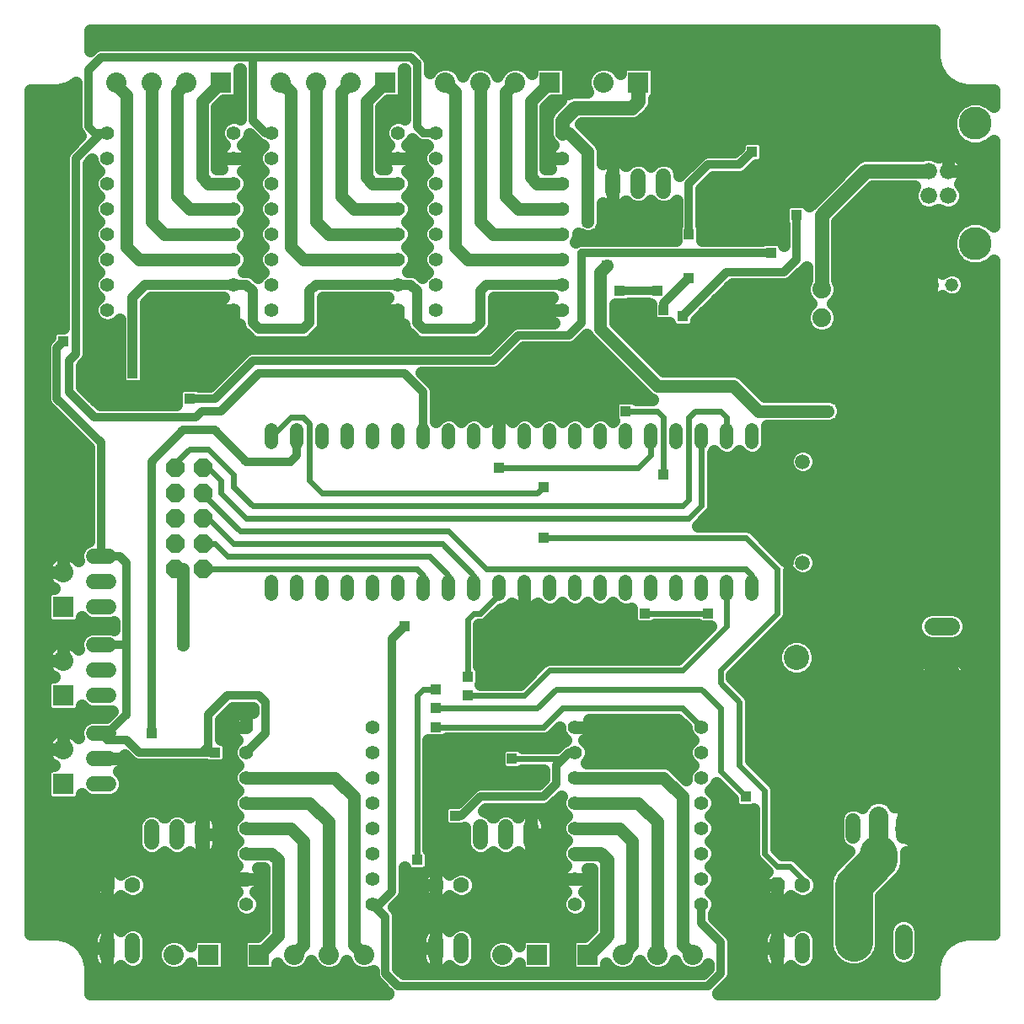
<source format=gbl>
G75*
G70*
%OFA0B0*%
%FSLAX24Y24*%
%IPPOS*%
%LPD*%
%AMOC8*
5,1,8,0,0,1.08239X$1,22.5*
%
%ADD10C,0.0660*%
%ADD11C,0.1300*%
%ADD12C,0.0520*%
%ADD13C,0.0591*%
%ADD14C,0.1000*%
%ADD15OC8,0.1000*%
%ADD16OC8,0.0520*%
%ADD17C,0.0520*%
%ADD18OC8,0.0740*%
%ADD19C,0.0740*%
%ADD20C,0.0705*%
%ADD21R,0.0800X0.0800*%
%ADD22C,0.0800*%
%ADD23C,0.0600*%
%ADD24OC8,0.0630*%
%ADD25C,0.0630*%
%ADD26C,0.0594*%
%ADD27C,0.0554*%
%ADD28C,0.0560*%
%ADD29C,0.0400*%
%ADD30C,0.0320*%
%ADD31C,0.0500*%
%ADD32R,0.0396X0.0396*%
%ADD33C,0.1500*%
%ADD34C,0.0700*%
%ADD35C,0.0240*%
%ADD36C,0.0760*%
D10*
X040786Y035609D03*
X041566Y035609D03*
X041566Y036593D03*
X040786Y036593D03*
D11*
X042636Y038471D03*
X042636Y033731D03*
D12*
X033816Y026361D02*
X033816Y025841D01*
X032816Y025841D02*
X032816Y026361D01*
X031816Y026361D02*
X031816Y025841D01*
X030816Y025841D02*
X030816Y026361D01*
X029816Y026361D02*
X029816Y025841D01*
X028816Y025841D02*
X028816Y026361D01*
X027816Y026361D02*
X027816Y025841D01*
X026816Y025841D02*
X026816Y026361D01*
X025816Y026361D02*
X025816Y025841D01*
X024816Y025841D02*
X024816Y026361D01*
X023816Y026361D02*
X023816Y025841D01*
X022816Y025841D02*
X022816Y026361D01*
X021816Y026361D02*
X021816Y025841D01*
X020816Y025841D02*
X020816Y026361D01*
X019816Y026361D02*
X019816Y025841D01*
X018816Y025841D02*
X018816Y026361D01*
X017816Y026361D02*
X017816Y025841D01*
X016816Y025841D02*
X016816Y026361D01*
X015816Y026361D02*
X015816Y025841D01*
X014816Y025841D02*
X014816Y026361D01*
X014816Y020361D02*
X014816Y019841D01*
X015816Y019841D02*
X015816Y020361D01*
X016816Y020361D02*
X016816Y019841D01*
X017816Y019841D02*
X017816Y020361D01*
X018816Y020361D02*
X018816Y019841D01*
X019816Y019841D02*
X019816Y020361D01*
X020816Y020361D02*
X020816Y019841D01*
X021816Y019841D02*
X021816Y020361D01*
X022816Y020361D02*
X022816Y019841D01*
X023816Y019841D02*
X023816Y020361D01*
X024816Y020361D02*
X024816Y019841D01*
X025816Y019841D02*
X025816Y020361D01*
X026816Y020361D02*
X026816Y019841D01*
X027816Y019841D02*
X027816Y020361D01*
X028816Y020361D02*
X028816Y019841D01*
X029816Y019841D02*
X029816Y020361D01*
X030816Y020361D02*
X030816Y019841D01*
X031816Y019841D02*
X031816Y020361D01*
X032816Y020361D02*
X032816Y019841D01*
X033816Y019841D02*
X033816Y020361D01*
D13*
X035816Y021101D03*
X035816Y025101D03*
D14*
X035566Y017351D03*
D15*
X035566Y015351D03*
D16*
X040916Y032101D03*
D17*
X041716Y032101D03*
D18*
X012116Y024851D03*
X012116Y023851D03*
X012116Y022851D03*
X012116Y021851D03*
X011016Y021851D03*
X011016Y022851D03*
X011016Y023851D03*
X011016Y024851D03*
X011016Y020851D03*
X012116Y020851D03*
D19*
X036566Y030781D03*
X036566Y031921D03*
D20*
X040963Y018585D02*
X041668Y018585D01*
X041668Y016616D02*
X040963Y016616D01*
X039800Y006453D02*
X039800Y005748D01*
X037831Y005748D02*
X037831Y006453D01*
D21*
X027316Y005601D03*
X025316Y005601D03*
X014316Y005601D03*
X012316Y005601D03*
X006566Y012351D03*
X006566Y015851D03*
X006566Y019351D03*
X012816Y040101D03*
X019316Y040101D03*
X025816Y040101D03*
X029316Y040101D03*
D22*
X027938Y040101D03*
X024438Y040101D03*
X023060Y040101D03*
X021682Y040101D03*
X017938Y040101D03*
X016560Y040101D03*
X015182Y040101D03*
X011438Y040101D03*
X010060Y040101D03*
X008682Y040101D03*
X006566Y020729D03*
X006566Y017229D03*
X006566Y013729D03*
X010938Y005601D03*
X015694Y005601D03*
X017072Y005601D03*
X018450Y005601D03*
X023938Y005601D03*
X028694Y005601D03*
X030072Y005601D03*
X031450Y005601D03*
D23*
X025066Y010051D02*
X025066Y010651D01*
X024066Y010651D02*
X024066Y010051D01*
X023066Y010051D02*
X023066Y010651D01*
X012066Y010651D02*
X012066Y010051D01*
X011066Y010051D02*
X011066Y010651D01*
X010066Y010651D02*
X010066Y010051D01*
X028316Y035801D02*
X028316Y036401D01*
X029316Y036401D02*
X029316Y035801D01*
X030316Y035801D02*
X030316Y036401D01*
X037816Y010901D02*
X037816Y010301D01*
X038816Y010301D02*
X038816Y010901D01*
X039816Y010901D02*
X039816Y010301D01*
D24*
X034816Y008351D03*
X021316Y008351D03*
X008316Y008351D03*
D25*
X009316Y008351D03*
X022316Y008351D03*
X035816Y008351D03*
D26*
X035816Y006148D02*
X035816Y005554D01*
X034816Y005554D02*
X034816Y006148D01*
X022316Y006148D02*
X022316Y005554D01*
X021316Y005554D02*
X021316Y006148D01*
X009316Y006148D02*
X009316Y005554D01*
X008316Y005554D02*
X008316Y006148D01*
X008363Y012351D02*
X007769Y012351D01*
X007769Y013351D02*
X008363Y013351D01*
X008363Y014351D02*
X007769Y014351D01*
X007769Y015851D02*
X008363Y015851D01*
X008363Y016851D02*
X007769Y016851D01*
X007769Y017851D02*
X008363Y017851D01*
X008363Y019351D02*
X007769Y019351D01*
X007769Y020351D02*
X008363Y020351D01*
X008363Y021351D02*
X007769Y021351D01*
D27*
X013816Y014601D03*
X013816Y013601D03*
X013816Y012601D03*
X013816Y011601D03*
X013816Y010601D03*
X013816Y009601D03*
X013816Y008601D03*
X013816Y007601D03*
X018816Y007601D03*
X018816Y008601D03*
X018816Y009601D03*
X018816Y010601D03*
X018816Y011601D03*
X018816Y012601D03*
X018816Y013601D03*
X018816Y014601D03*
X026816Y014601D03*
X026816Y013601D03*
X026816Y012601D03*
X026816Y011601D03*
X026816Y010601D03*
X026816Y009601D03*
X026816Y008601D03*
X026816Y007601D03*
X031816Y007601D03*
X031816Y008601D03*
X031816Y009601D03*
X031816Y010601D03*
X031816Y011601D03*
X031816Y012601D03*
X031816Y013601D03*
X031816Y014601D03*
X026316Y031101D03*
X026316Y032101D03*
X026316Y033101D03*
X026316Y034101D03*
X026316Y035101D03*
X026316Y036101D03*
X026316Y037101D03*
X026316Y038101D03*
X021316Y038101D03*
X021316Y037101D03*
X021316Y036101D03*
X021316Y035101D03*
X021316Y034101D03*
X021316Y033101D03*
X021316Y032101D03*
X021316Y031101D03*
X019816Y031101D03*
X019816Y032101D03*
X019816Y033101D03*
X019816Y034101D03*
X019816Y035101D03*
X019816Y036101D03*
X019816Y037101D03*
X019816Y038101D03*
X014816Y038101D03*
X014816Y037101D03*
X014816Y036101D03*
X014816Y035101D03*
X014816Y034101D03*
X014816Y033101D03*
X014816Y032101D03*
X014816Y031101D03*
X013316Y031101D03*
X013316Y032101D03*
X013316Y033101D03*
X013316Y034101D03*
X013316Y035101D03*
X013316Y036101D03*
X013316Y037101D03*
X013316Y038101D03*
X008316Y038101D03*
X008316Y037101D03*
X008316Y036101D03*
X008316Y035101D03*
X008316Y034101D03*
X008316Y033101D03*
X008316Y032101D03*
X008316Y031101D03*
D28*
X026316Y038101D02*
X026316Y038601D01*
X026816Y039101D01*
X029066Y039101D01*
X029316Y039351D01*
X029316Y040101D01*
X036566Y034851D02*
X036566Y031921D01*
X037816Y031601D02*
X038316Y032101D01*
X040916Y032101D01*
X037816Y031601D02*
X037816Y029601D01*
X036566Y034851D02*
X038308Y036593D01*
X040786Y036593D01*
X027816Y009601D02*
X026816Y009601D01*
X027816Y009601D02*
X028066Y009351D01*
X028066Y006351D01*
X027316Y005601D01*
X013816Y008601D02*
X012566Y008601D01*
X012066Y009101D01*
X012066Y010351D01*
X012066Y011351D01*
X011816Y011601D01*
X009316Y011601D01*
X008316Y010601D01*
X008316Y008351D01*
D29*
X009316Y028601D02*
X009316Y031601D01*
X009816Y032101D01*
X013316Y032101D01*
X013816Y032101D01*
X014066Y031851D01*
X014066Y030601D01*
X014316Y030351D01*
X016066Y030351D01*
X016316Y030601D01*
X016316Y031851D01*
X016566Y032101D01*
X019816Y032101D01*
X020316Y032101D01*
X020566Y031851D01*
X020566Y030601D01*
X020816Y030351D01*
X022816Y030351D01*
X023066Y030601D01*
X023066Y031851D01*
X023316Y032101D01*
X026316Y032101D01*
X026316Y031101D02*
X024566Y031101D01*
X023316Y029851D01*
X020316Y029851D01*
X019816Y030351D01*
X019816Y031101D01*
X017566Y031101D01*
X017316Y030851D01*
X017316Y030601D01*
X016316Y029601D01*
X014066Y029601D01*
X013316Y030351D01*
X013316Y031101D01*
D30*
X014066Y029101D02*
X012566Y027601D01*
X011566Y027601D01*
X012066Y027101D02*
X011816Y026851D01*
X007816Y026851D01*
X006816Y027851D01*
X006816Y029101D01*
X007066Y029351D01*
X007066Y037101D01*
X008066Y038101D01*
X008316Y038101D01*
X008066Y038101D02*
X007816Y038101D01*
X007566Y038351D01*
X007566Y040601D01*
X008066Y041101D01*
X014066Y041101D01*
X014066Y038601D01*
X014566Y038101D01*
X014816Y038101D01*
X014066Y041101D02*
X020316Y041101D01*
X020566Y040851D01*
X020566Y038351D01*
X020816Y038101D01*
X021316Y038101D01*
X027066Y033351D02*
X027066Y030601D01*
X026566Y030101D01*
X024566Y030101D01*
X023566Y029101D01*
X014066Y029101D01*
X014316Y028601D02*
X012816Y027101D01*
X012066Y027101D01*
X012566Y026351D02*
X011316Y026351D01*
X010066Y025101D01*
X010066Y014351D01*
X009566Y013601D02*
X009066Y014101D01*
X008316Y014101D01*
X008066Y014351D01*
X008316Y014351D01*
X009066Y015101D01*
X009066Y017851D01*
X008066Y017851D01*
X009066Y017851D02*
X009066Y021101D01*
X008816Y021351D01*
X008066Y021351D01*
X008066Y025851D01*
X006316Y027601D01*
X006316Y029601D01*
X006566Y029851D01*
X012566Y026351D02*
X013816Y025101D01*
X015566Y025101D01*
X015816Y025351D01*
X015816Y026101D01*
X014316Y028601D02*
X020066Y028601D01*
X020816Y027851D01*
X020816Y026101D01*
X027066Y033351D02*
X034566Y033351D01*
X035066Y032601D02*
X032816Y032601D01*
X031066Y030851D01*
X030316Y031101D02*
X030316Y031351D01*
X031316Y032351D01*
X030066Y031851D02*
X028566Y031851D01*
X031316Y034101D02*
X031316Y036101D01*
X032066Y036851D01*
X033316Y036851D01*
X033816Y037351D01*
X035566Y034851D02*
X035566Y033101D01*
X035066Y032601D01*
X020066Y018601D02*
X019566Y018101D01*
X019566Y008101D01*
X019066Y007601D01*
X018816Y007601D01*
X019316Y007101D01*
X019316Y004851D01*
X019816Y004351D01*
X032066Y004351D01*
X032566Y004851D01*
X032566Y006101D01*
X031816Y006851D01*
X031816Y007601D01*
X026066Y012351D02*
X026066Y013101D01*
X026566Y013601D01*
X026816Y013601D01*
X026066Y012351D02*
X025566Y011851D01*
X023066Y011851D01*
X022316Y011101D01*
X022066Y011101D01*
X014566Y014351D02*
X014566Y015601D01*
X014316Y015851D01*
X013066Y015851D01*
X012316Y015101D01*
X012316Y013851D01*
X012066Y013601D01*
X012566Y013601D01*
X012066Y013601D02*
X009566Y013601D01*
X011816Y011601D02*
X012566Y011601D01*
X013066Y012101D01*
X013066Y014101D01*
X013566Y014601D01*
X013816Y014601D01*
X014566Y014351D02*
X013816Y013601D01*
D31*
X006655Y006347D02*
X006640Y006357D01*
X006609Y006364D01*
X006579Y006375D01*
X006561Y006375D01*
X006457Y006397D01*
X006441Y006405D01*
X006409Y006408D01*
X006378Y006414D01*
X006360Y006411D01*
X006264Y006418D01*
X006255Y006422D01*
X006214Y006422D01*
X006174Y006424D01*
X006165Y006422D01*
X005281Y006422D01*
X005281Y039780D01*
X006165Y039780D01*
X006174Y039777D01*
X006214Y039780D01*
X006255Y039780D01*
X006264Y039783D01*
X006360Y039790D01*
X006378Y039787D01*
X006409Y039794D01*
X006441Y039796D01*
X006457Y039804D01*
X006561Y039827D01*
X006579Y039826D01*
X006609Y039837D01*
X006640Y039844D01*
X006655Y039854D01*
X006754Y039891D01*
X006772Y039893D01*
X006800Y039909D01*
X006830Y039920D01*
X006844Y039932D01*
X006936Y039983D01*
X006954Y039987D01*
X006980Y040006D01*
X007008Y040022D01*
X007019Y040036D01*
X007076Y040078D01*
X007076Y038253D01*
X007150Y038073D01*
X007248Y037976D01*
X006650Y037378D01*
X006576Y037198D01*
X006576Y030379D01*
X006302Y030379D01*
X006181Y030329D01*
X006088Y030236D01*
X006038Y030114D01*
X006038Y030016D01*
X005900Y029878D01*
X005826Y029698D01*
X005826Y027503D01*
X005900Y027323D01*
X006038Y027185D01*
X007576Y025648D01*
X007576Y021949D01*
X007414Y021882D01*
X007237Y021706D01*
X007142Y021475D01*
X007142Y021226D01*
X007157Y021190D01*
X007131Y021224D01*
X007061Y021294D01*
X006983Y021354D01*
X006898Y021403D01*
X006807Y021440D01*
X006712Y021466D01*
X006615Y021479D01*
X006566Y021479D01*
X006566Y020729D01*
X006566Y020729D01*
X006566Y021479D01*
X006517Y021479D01*
X006419Y021466D01*
X006324Y021440D01*
X006233Y021403D01*
X006148Y021354D01*
X006070Y021294D01*
X006001Y021224D01*
X005941Y021146D01*
X005892Y021061D01*
X005854Y020970D01*
X005829Y020875D01*
X005816Y020778D01*
X005816Y020729D01*
X006566Y020729D01*
X006566Y020729D01*
X005816Y020729D01*
X005816Y020679D01*
X005829Y020582D01*
X005854Y020487D01*
X005892Y020396D01*
X005941Y020311D01*
X006001Y020233D01*
X006070Y020164D01*
X006148Y020104D01*
X006188Y020081D01*
X006100Y020081D01*
X005979Y020030D01*
X005886Y019938D01*
X005836Y019816D01*
X005836Y018885D01*
X005886Y018764D01*
X005979Y018671D01*
X006100Y018621D01*
X007031Y018621D01*
X007153Y018671D01*
X007246Y018764D01*
X007296Y018885D01*
X007296Y018937D01*
X007414Y018819D01*
X007644Y018724D01*
X008487Y018724D01*
X008576Y018760D01*
X008576Y018441D01*
X008487Y018478D01*
X007644Y018478D01*
X007414Y018382D01*
X007237Y018206D01*
X007142Y017975D01*
X007142Y017726D01*
X007157Y017690D01*
X007131Y017724D01*
X007061Y017794D01*
X006983Y017854D01*
X006898Y017903D01*
X006807Y017940D01*
X006712Y017966D01*
X006615Y017979D01*
X006566Y017979D01*
X006566Y017229D01*
X006566Y017229D01*
X006566Y017979D01*
X006517Y017979D01*
X006419Y017966D01*
X006324Y017940D01*
X006233Y017903D01*
X006148Y017854D01*
X006070Y017794D01*
X006001Y017724D01*
X005941Y017646D01*
X005892Y017561D01*
X005854Y017470D01*
X005829Y017375D01*
X005816Y017278D01*
X005816Y017229D01*
X006566Y017229D01*
X006566Y017229D01*
X005816Y017229D01*
X005816Y017179D01*
X005829Y017082D01*
X005854Y016987D01*
X005892Y016896D01*
X005941Y016811D01*
X006001Y016733D01*
X006070Y016664D01*
X006148Y016604D01*
X006188Y016581D01*
X006100Y016581D01*
X005979Y016530D01*
X005886Y016438D01*
X005836Y016316D01*
X005836Y015385D01*
X005886Y015264D01*
X005979Y015171D01*
X006100Y015121D01*
X007031Y015121D01*
X007153Y015171D01*
X007246Y015264D01*
X007296Y015385D01*
X007296Y015437D01*
X007414Y015319D01*
X007644Y015224D01*
X008487Y015224D01*
X008502Y015230D01*
X008250Y014978D01*
X007644Y014978D01*
X007414Y014882D01*
X007237Y014706D01*
X007142Y014475D01*
X007142Y014226D01*
X007157Y014190D01*
X007131Y014224D01*
X007061Y014294D01*
X006983Y014354D01*
X006898Y014403D01*
X006807Y014440D01*
X006712Y014466D01*
X006615Y014479D01*
X006566Y014479D01*
X006566Y013729D01*
X006566Y013729D01*
X006566Y014479D01*
X006517Y014479D01*
X006419Y014466D01*
X006324Y014440D01*
X006233Y014403D01*
X006148Y014354D01*
X006070Y014294D01*
X006001Y014224D01*
X005941Y014146D01*
X005892Y014061D01*
X005854Y013970D01*
X005829Y013875D01*
X005816Y013778D01*
X005816Y013729D01*
X006566Y013729D01*
X006566Y013729D01*
X005816Y013729D01*
X005816Y013679D01*
X005829Y013582D01*
X005854Y013487D01*
X005892Y013396D01*
X005941Y013311D01*
X006001Y013233D01*
X006070Y013164D01*
X006148Y013104D01*
X006188Y013081D01*
X006100Y013081D01*
X005979Y013030D01*
X005886Y012938D01*
X005836Y012816D01*
X005836Y011885D01*
X005886Y011764D01*
X005979Y011671D01*
X006100Y011621D01*
X007031Y011621D01*
X007153Y011671D01*
X007246Y011764D01*
X007296Y011885D01*
X007296Y011937D01*
X007414Y011819D01*
X007644Y011724D01*
X008487Y011724D01*
X008718Y011819D01*
X008894Y011996D01*
X008989Y012226D01*
X008989Y012475D01*
X008894Y012706D01*
X008760Y012840D01*
X008790Y012863D01*
X008850Y012923D01*
X008902Y012991D01*
X008944Y013064D01*
X008976Y013142D01*
X008998Y013224D01*
X009009Y013308D01*
X009009Y013351D01*
X009009Y013393D01*
X008999Y013475D01*
X009288Y013185D01*
X009468Y013111D01*
X012210Y013111D01*
X012302Y013073D01*
X012829Y013073D01*
X012951Y013123D01*
X013044Y013216D01*
X013094Y013337D01*
X013094Y013864D01*
X013044Y013986D01*
X012951Y014079D01*
X012829Y014129D01*
X012806Y014129D01*
X012806Y014898D01*
X013269Y015361D01*
X014076Y015361D01*
X014076Y015172D01*
X014056Y015182D01*
X013963Y015212D01*
X013865Y015228D01*
X013816Y015228D01*
X013816Y014601D01*
X013816Y014601D01*
X013816Y015228D01*
X013766Y015228D01*
X013669Y015212D01*
X013575Y015182D01*
X013487Y015137D01*
X013407Y015079D01*
X013337Y015009D01*
X013279Y014929D01*
X013235Y014841D01*
X013204Y014748D01*
X013189Y014650D01*
X013189Y014601D01*
X013816Y014601D01*
X013816Y014601D01*
X013189Y014601D01*
X013189Y014551D01*
X013204Y014454D01*
X013235Y014360D01*
X013279Y014272D01*
X013337Y014192D01*
X013407Y014122D01*
X013449Y014092D01*
X013301Y013945D01*
X013209Y013721D01*
X013209Y013480D01*
X013301Y013257D01*
X013457Y013101D01*
X013301Y012945D01*
X013209Y012721D01*
X013209Y012480D01*
X013301Y012257D01*
X013457Y012101D01*
X013301Y011945D01*
X013209Y011721D01*
X013209Y011480D01*
X013301Y011257D01*
X013457Y011101D01*
X013301Y010945D01*
X013209Y010721D01*
X013209Y010480D01*
X013301Y010257D01*
X013457Y010101D01*
X013301Y009945D01*
X013209Y009721D01*
X013209Y009480D01*
X013301Y009257D01*
X013449Y009109D01*
X013407Y009079D01*
X013337Y009009D01*
X013279Y008929D01*
X013235Y008841D01*
X013204Y008748D01*
X013189Y008650D01*
X013189Y008601D01*
X013816Y008601D01*
X014443Y008601D01*
X014443Y008650D01*
X014427Y008748D01*
X014397Y008841D01*
X014352Y008929D01*
X014294Y009009D01*
X014283Y009021D01*
X014486Y009021D01*
X014486Y006591D01*
X014226Y006331D01*
X013850Y006331D01*
X013729Y006280D01*
X013636Y006188D01*
X013586Y006066D01*
X013586Y005135D01*
X013636Y005014D01*
X013729Y004921D01*
X013850Y004871D01*
X014781Y004871D01*
X014903Y004921D01*
X014996Y005014D01*
X015046Y005135D01*
X015046Y005257D01*
X015075Y005187D01*
X015280Y004982D01*
X015548Y004871D01*
X015839Y004871D01*
X016107Y004982D01*
X016313Y005187D01*
X016383Y005356D01*
X016453Y005187D01*
X016658Y004982D01*
X016926Y004871D01*
X017217Y004871D01*
X017485Y004982D01*
X017691Y005187D01*
X017761Y005356D01*
X017831Y005187D01*
X018036Y004982D01*
X018304Y004871D01*
X018595Y004871D01*
X018826Y004966D01*
X018826Y004753D01*
X018900Y004573D01*
X019038Y004435D01*
X019408Y004066D01*
X007637Y004066D01*
X007637Y004950D01*
X007640Y004959D01*
X007637Y004999D01*
X007637Y005040D01*
X007633Y005049D01*
X007626Y005145D01*
X007629Y005163D01*
X007623Y005194D01*
X007620Y005226D01*
X007612Y005242D01*
X007590Y005346D01*
X007590Y005364D01*
X007579Y005394D01*
X007572Y005425D01*
X007562Y005440D01*
X007525Y005539D01*
X007523Y005557D01*
X007508Y005585D01*
X007497Y005615D01*
X007484Y005628D01*
X007434Y005721D01*
X007429Y005739D01*
X007410Y005764D01*
X007395Y005792D01*
X007380Y005804D01*
X007317Y005889D01*
X007310Y005905D01*
X007288Y005928D01*
X007268Y005954D01*
X007253Y005963D01*
X007178Y006038D01*
X007169Y006053D01*
X007143Y006072D01*
X007121Y006095D01*
X007104Y006102D01*
X007019Y006165D01*
X007008Y006180D01*
X006980Y006195D01*
X006954Y006214D01*
X006936Y006218D01*
X006844Y006269D01*
X006830Y006282D01*
X006800Y006293D01*
X006772Y006308D01*
X006754Y006310D01*
X006655Y006347D01*
X007134Y006081D02*
X007669Y006081D01*
X007669Y006190D02*
X007669Y005851D01*
X008316Y005851D01*
X008316Y005851D01*
X008316Y006794D01*
X008358Y006794D01*
X008442Y006783D01*
X008524Y006761D01*
X008602Y006729D01*
X008676Y006686D01*
X008743Y006635D01*
X008803Y006575D01*
X008826Y006545D01*
X008961Y006679D01*
X009191Y006774D01*
X009440Y006774D01*
X009671Y006679D01*
X009847Y006503D01*
X009943Y006272D01*
X009943Y005429D01*
X009847Y005199D01*
X009671Y005022D01*
X009440Y004927D01*
X009191Y004927D01*
X008961Y005022D01*
X008826Y005157D01*
X008803Y005126D01*
X008743Y005066D01*
X008676Y005015D01*
X008602Y004972D01*
X008524Y004940D01*
X008442Y004918D01*
X008358Y004907D01*
X008316Y004907D01*
X008316Y005851D01*
X008316Y006794D01*
X008273Y006794D01*
X008189Y006783D01*
X008107Y006761D01*
X008029Y006729D01*
X007956Y006686D01*
X007888Y006635D01*
X007828Y006575D01*
X007777Y006508D01*
X007734Y006434D01*
X007702Y006356D01*
X007680Y006274D01*
X007669Y006190D01*
X007669Y005851D02*
X007669Y005511D01*
X007680Y005427D01*
X007702Y005345D01*
X007734Y005267D01*
X007777Y005194D01*
X007828Y005126D01*
X007888Y005066D01*
X007956Y005015D01*
X008029Y004972D01*
X008107Y004940D01*
X008189Y004918D01*
X008273Y004907D01*
X008316Y004907D01*
X008316Y005851D01*
X008316Y005851D01*
X008316Y005851D01*
X007669Y005851D01*
X007669Y005583D02*
X007509Y005583D01*
X007631Y005084D02*
X007871Y005084D01*
X008316Y005084D02*
X008316Y005084D01*
X008761Y005084D02*
X008899Y005084D01*
X008316Y005583D02*
X008316Y005583D01*
X008316Y006081D02*
X008316Y006081D01*
X008316Y006580D02*
X008316Y006580D01*
X008798Y006580D02*
X008861Y006580D01*
X009770Y006580D02*
X014475Y006580D01*
X014486Y007078D02*
X014141Y007078D01*
X014160Y007086D02*
X013937Y006993D01*
X013695Y006993D01*
X013472Y007086D01*
X013301Y007257D01*
X013209Y007480D01*
X013209Y007721D01*
X013301Y007945D01*
X013449Y008092D01*
X013407Y008122D01*
X013337Y008192D01*
X013279Y008272D01*
X013235Y008360D01*
X013204Y008454D01*
X013189Y008551D01*
X013189Y008601D01*
X013816Y008601D01*
X013816Y008601D01*
X014443Y008601D01*
X014443Y008551D01*
X014427Y008454D01*
X014397Y008360D01*
X014352Y008272D01*
X014294Y008192D01*
X014224Y008122D01*
X014183Y008092D01*
X014330Y007945D01*
X014423Y007721D01*
X014423Y007480D01*
X014330Y007257D01*
X014160Y007086D01*
X014423Y007577D02*
X014486Y007577D01*
X014486Y008075D02*
X014200Y008075D01*
X014443Y008574D02*
X014486Y008574D01*
X013816Y008601D02*
X013816Y008601D01*
X013189Y008574D02*
X009922Y008574D01*
X009961Y008479D02*
X009863Y008716D01*
X009681Y008897D01*
X009444Y008996D01*
X009187Y008996D01*
X008950Y008897D01*
X008830Y008777D01*
X008591Y009016D01*
X008316Y009016D01*
X008316Y008351D01*
X008316Y008351D01*
X008316Y009016D01*
X008040Y009016D01*
X007651Y008626D01*
X007651Y008351D01*
X008316Y008351D01*
X008316Y008351D01*
X008316Y007686D01*
X008591Y007686D01*
X008830Y007924D01*
X008950Y007804D01*
X009187Y007706D01*
X009444Y007706D01*
X009681Y007804D01*
X009863Y007985D01*
X009961Y008222D01*
X009961Y008479D01*
X009900Y008075D02*
X013432Y008075D01*
X013209Y007577D02*
X005281Y007577D01*
X005281Y008075D02*
X007651Y008075D01*
X008040Y007686D01*
X008316Y007686D01*
X008316Y008351D01*
X008316Y008351D01*
X007651Y008351D01*
X007651Y008075D01*
X007651Y008574D02*
X005281Y008574D01*
X005281Y009072D02*
X013400Y009072D01*
X013209Y009571D02*
X012505Y009571D01*
X012495Y009561D02*
X012555Y009621D01*
X012607Y009689D01*
X012650Y009763D01*
X012683Y009841D01*
X012705Y009924D01*
X012716Y010008D01*
X012716Y010351D01*
X012716Y010693D01*
X012705Y010778D01*
X012683Y010860D01*
X012650Y010939D01*
X012607Y011013D01*
X012555Y011080D01*
X012495Y011140D01*
X012428Y011192D01*
X012354Y011235D01*
X012275Y011267D01*
X012193Y011290D01*
X012108Y011301D01*
X012066Y011301D01*
X012066Y010351D01*
X012066Y010351D01*
X012716Y010351D01*
X012066Y010351D01*
X012066Y010351D01*
X012066Y011301D01*
X012023Y011301D01*
X011939Y011290D01*
X011856Y011267D01*
X011778Y011235D01*
X011704Y011192D01*
X011636Y011140D01*
X011576Y011080D01*
X011555Y011053D01*
X011423Y011185D01*
X011191Y011281D01*
X010940Y011281D01*
X010709Y011185D01*
X010566Y011042D01*
X010423Y011185D01*
X010191Y011281D01*
X009940Y011281D01*
X009709Y011185D01*
X009532Y011008D01*
X009436Y010776D01*
X009436Y009925D01*
X009532Y009694D01*
X009709Y009517D01*
X009940Y009421D01*
X010191Y009421D01*
X010423Y009517D01*
X010566Y009660D01*
X010709Y009517D01*
X010940Y009421D01*
X011191Y009421D01*
X011423Y009517D01*
X011555Y009649D01*
X011576Y009621D01*
X011636Y009561D01*
X011704Y009509D01*
X011778Y009466D01*
X011856Y009434D01*
X011939Y009412D01*
X012023Y009401D01*
X012066Y009401D01*
X012108Y009401D01*
X012193Y009412D01*
X012275Y009434D01*
X012354Y009466D01*
X012428Y009509D01*
X012495Y009561D01*
X012066Y009571D02*
X012066Y009571D01*
X012066Y009401D02*
X012066Y010351D01*
X012066Y010351D01*
X012066Y009401D01*
X011627Y009571D02*
X011477Y009571D01*
X012066Y010069D02*
X012066Y010069D01*
X012066Y010568D02*
X012066Y010568D01*
X012066Y011066D02*
X012066Y011066D01*
X012566Y011066D02*
X013423Y011066D01*
X013209Y010568D02*
X012716Y010568D01*
X012716Y010069D02*
X013426Y010069D01*
X013816Y009601D02*
X014816Y009601D01*
X015066Y009351D01*
X015066Y006351D01*
X014316Y005601D01*
X015025Y005084D02*
X015178Y005084D01*
X015694Y005601D02*
X016066Y005973D01*
X016066Y010101D01*
X015566Y010601D01*
X013816Y010601D01*
X013816Y011601D02*
X016316Y011601D01*
X017066Y010851D01*
X017066Y005607D01*
X017072Y005601D01*
X017588Y005084D02*
X017934Y005084D01*
X018450Y005601D02*
X018066Y005985D01*
X018066Y011851D01*
X017316Y012601D01*
X013816Y012601D01*
X013417Y013060D02*
X008942Y013060D01*
X009009Y013351D02*
X008066Y013351D01*
X009009Y013351D01*
X008954Y012562D02*
X013209Y012562D01*
X013420Y012063D02*
X008922Y012063D01*
X009590Y011066D02*
X005281Y011066D01*
X005281Y010568D02*
X009436Y010568D01*
X009436Y010069D02*
X005281Y010069D01*
X005281Y009571D02*
X009655Y009571D01*
X010477Y009571D02*
X010655Y009571D01*
X010590Y011066D02*
X010541Y011066D01*
X011541Y011066D02*
X011565Y011066D01*
X013209Y011565D02*
X005281Y011565D01*
X005281Y012063D02*
X005836Y012063D01*
X005836Y012562D02*
X005281Y012562D01*
X005281Y013060D02*
X006051Y013060D01*
X005835Y013559D02*
X005281Y013559D01*
X005281Y014057D02*
X005890Y014057D01*
X006566Y014057D02*
X006566Y014057D01*
X007175Y014556D02*
X005281Y014556D01*
X005281Y015054D02*
X008326Y015054D01*
X008066Y013351D02*
X008066Y013351D01*
X005836Y015553D02*
X005281Y015553D01*
X005281Y016051D02*
X005836Y016051D01*
X006025Y016550D02*
X005281Y016550D01*
X005281Y017048D02*
X005838Y017048D01*
X005886Y017547D02*
X005281Y017547D01*
X005281Y018045D02*
X007171Y018045D01*
X006566Y017547D02*
X006566Y017547D01*
X005281Y018544D02*
X008576Y018544D01*
X006000Y020039D02*
X005281Y020039D01*
X005281Y019541D02*
X005836Y019541D01*
X005836Y019042D02*
X005281Y019042D01*
X005281Y020538D02*
X005840Y020538D01*
X005881Y021036D02*
X005281Y021036D01*
X005281Y021535D02*
X007167Y021535D01*
X007576Y022033D02*
X005281Y022033D01*
X005281Y022532D02*
X007576Y022532D01*
X007576Y023030D02*
X005281Y023030D01*
X005281Y023529D02*
X007576Y023529D01*
X007576Y024027D02*
X005281Y024027D01*
X005281Y024526D02*
X007576Y024526D01*
X007576Y025024D02*
X005281Y025024D01*
X005281Y025523D02*
X007576Y025523D01*
X007202Y026021D02*
X005281Y026021D01*
X005281Y026520D02*
X006704Y026520D01*
X006205Y027018D02*
X005281Y027018D01*
X005281Y027517D02*
X005826Y027517D01*
X005826Y028015D02*
X005281Y028015D01*
X005281Y028514D02*
X005826Y028514D01*
X005826Y029012D02*
X005281Y029012D01*
X005281Y029511D02*
X005826Y029511D01*
X006031Y030009D02*
X005281Y030009D01*
X005281Y030508D02*
X006576Y030508D01*
X006576Y031006D02*
X005281Y031006D01*
X005281Y031505D02*
X006576Y031505D01*
X006576Y032003D02*
X005281Y032003D01*
X005281Y032502D02*
X006576Y032502D01*
X006576Y033000D02*
X005281Y033000D01*
X005281Y033499D02*
X006576Y033499D01*
X006576Y033997D02*
X005281Y033997D01*
X005281Y034496D02*
X006576Y034496D01*
X006576Y034994D02*
X005281Y034994D01*
X005281Y035493D02*
X006576Y035493D01*
X006576Y035991D02*
X005281Y035991D01*
X005281Y036490D02*
X006576Y036490D01*
X006576Y036988D02*
X005281Y036988D01*
X005281Y037487D02*
X006759Y037487D01*
X007238Y037985D02*
X005281Y037985D01*
X005281Y038484D02*
X007076Y038484D01*
X007076Y038982D02*
X005281Y038982D01*
X005281Y039481D02*
X007076Y039481D01*
X007076Y039979D02*
X006930Y039979D01*
X007637Y041364D02*
X007637Y042136D01*
X040995Y042136D01*
X040995Y041251D01*
X040992Y041243D01*
X040995Y041202D01*
X040995Y041161D01*
X040998Y041153D01*
X041005Y041056D01*
X041002Y041038D01*
X041009Y041007D01*
X041011Y040975D01*
X041019Y040959D01*
X041042Y040856D01*
X041041Y040837D01*
X041052Y040808D01*
X041059Y040776D01*
X041069Y040761D01*
X041106Y040662D01*
X041108Y040644D01*
X041124Y040616D01*
X041135Y040586D01*
X041147Y040573D01*
X041198Y040480D01*
X041202Y040462D01*
X041222Y040437D01*
X041237Y040409D01*
X041251Y040397D01*
X041314Y040313D01*
X041321Y040296D01*
X041344Y040273D01*
X041363Y040248D01*
X041379Y040238D01*
X041454Y040164D01*
X041463Y040148D01*
X041488Y040129D01*
X041511Y040106D01*
X041528Y040099D01*
X041612Y040036D01*
X041624Y040022D01*
X041652Y040006D01*
X041677Y039987D01*
X041695Y039983D01*
X041788Y039932D01*
X041801Y039920D01*
X041831Y039909D01*
X041859Y039893D01*
X041877Y039891D01*
X041976Y039854D01*
X041991Y039844D01*
X042023Y039837D01*
X042052Y039826D01*
X042071Y039827D01*
X042174Y039804D01*
X042190Y039796D01*
X042222Y039794D01*
X042253Y039787D01*
X042271Y039790D01*
X042368Y039783D01*
X042376Y039780D01*
X042417Y039780D01*
X042458Y039777D01*
X042466Y039780D01*
X043351Y039780D01*
X043351Y039142D01*
X043191Y039301D01*
X042831Y039451D01*
X042441Y039451D01*
X042081Y039301D01*
X041805Y039026D01*
X041656Y038666D01*
X041656Y038276D01*
X041805Y037916D01*
X042081Y037640D01*
X042441Y037491D01*
X042831Y037491D01*
X043191Y037640D01*
X043351Y037800D01*
X043351Y034402D01*
X043191Y034561D01*
X042831Y034711D01*
X042441Y034711D01*
X042081Y034561D01*
X041805Y034286D01*
X041656Y033926D01*
X041656Y033536D01*
X041805Y033176D01*
X042081Y032900D01*
X042441Y032751D01*
X042831Y032751D01*
X043191Y032900D01*
X043351Y033060D01*
X043351Y006422D01*
X042466Y006422D01*
X042458Y006424D01*
X042417Y006422D01*
X042376Y006422D01*
X042368Y006418D01*
X042271Y006411D01*
X042253Y006414D01*
X042222Y006408D01*
X042190Y006405D01*
X042174Y006397D01*
X042071Y006375D01*
X042052Y006375D01*
X042023Y006364D01*
X041991Y006357D01*
X041976Y006347D01*
X041877Y006310D01*
X041859Y006308D01*
X041831Y006293D01*
X041801Y006282D01*
X041788Y006269D01*
X041695Y006218D01*
X041677Y006214D01*
X041652Y006195D01*
X041624Y006180D01*
X041612Y006165D01*
X041528Y006102D01*
X041511Y006095D01*
X041488Y006072D01*
X041463Y006053D01*
X041454Y006038D01*
X041379Y005963D01*
X041363Y005954D01*
X041344Y005928D01*
X041321Y005905D01*
X041314Y005889D01*
X041251Y005804D01*
X041237Y005792D01*
X041222Y005764D01*
X041202Y005739D01*
X041198Y005721D01*
X041147Y005628D01*
X041135Y005615D01*
X041124Y005585D01*
X041108Y005557D01*
X041106Y005539D01*
X041069Y005440D01*
X041059Y005425D01*
X041052Y005394D01*
X041041Y005364D01*
X041042Y005346D01*
X041019Y005242D01*
X041011Y005226D01*
X041009Y005194D01*
X041002Y005163D01*
X041005Y005145D01*
X040998Y005049D01*
X040995Y005040D01*
X040995Y004999D01*
X040992Y004959D01*
X040995Y004950D01*
X040995Y004066D01*
X032474Y004066D01*
X032481Y004073D01*
X032981Y004573D01*
X033056Y004753D01*
X033056Y006198D01*
X032981Y006378D01*
X032843Y006516D01*
X032306Y007054D01*
X032306Y007232D01*
X032330Y007257D01*
X032423Y007480D01*
X032423Y007721D01*
X032330Y007945D01*
X032174Y008101D01*
X032330Y008257D01*
X032423Y008480D01*
X032423Y008721D01*
X032330Y008945D01*
X032174Y009101D01*
X032330Y009257D01*
X032423Y009480D01*
X032423Y009721D01*
X032330Y009945D01*
X032174Y010101D01*
X032330Y010257D01*
X032423Y010480D01*
X032423Y010721D01*
X032330Y010945D01*
X032174Y011101D01*
X032330Y011257D01*
X032423Y011480D01*
X032423Y011721D01*
X032330Y011945D01*
X032174Y012101D01*
X032330Y012257D01*
X032387Y012393D01*
X033038Y011742D01*
X033038Y011587D01*
X033088Y011466D01*
X033181Y011373D01*
X033302Y011323D01*
X033829Y011323D01*
X033866Y011338D01*
X033866Y009511D01*
X033934Y009346D01*
X034061Y009219D01*
X034402Y008878D01*
X034151Y008626D01*
X034151Y008351D01*
X034816Y008351D01*
X034816Y007601D01*
X035066Y007351D01*
X036066Y007351D01*
X036566Y007851D01*
X036566Y014351D01*
X035566Y015351D01*
X035566Y015351D01*
X035566Y016201D01*
X035918Y016201D01*
X036416Y015703D01*
X036416Y015351D01*
X035566Y015351D01*
X035566Y015351D01*
X035566Y016201D01*
X035214Y016201D01*
X034716Y015703D01*
X034716Y015351D01*
X035566Y015351D01*
X036416Y015351D01*
X036416Y014999D01*
X035918Y014501D01*
X035566Y014501D01*
X035566Y015351D01*
X035566Y015351D01*
X035566Y015351D01*
X034716Y015351D01*
X034716Y014999D01*
X035214Y014501D01*
X035566Y014501D01*
X035566Y015351D01*
X035566Y015553D02*
X035566Y015553D01*
X035566Y016051D02*
X035566Y016051D01*
X035401Y016521D02*
X035731Y016521D01*
X036036Y016647D01*
X036269Y016880D01*
X036396Y017186D01*
X036396Y017516D01*
X036269Y017821D01*
X036036Y018054D01*
X035731Y018181D01*
X035401Y018181D01*
X035096Y018054D01*
X034862Y017821D01*
X034736Y017516D01*
X034736Y017186D01*
X034862Y016880D01*
X035096Y016647D01*
X035401Y016521D01*
X035331Y016550D02*
X033016Y016550D01*
X033016Y016537D02*
X033016Y016664D01*
X035197Y018846D01*
X035266Y019011D01*
X035266Y020795D01*
X035286Y020746D01*
X035462Y020571D01*
X035691Y020475D01*
X035940Y020475D01*
X036170Y020571D01*
X036346Y020746D01*
X036441Y020976D01*
X036441Y021225D01*
X036346Y021455D01*
X036170Y021631D01*
X035940Y021726D01*
X035691Y021726D01*
X035462Y021631D01*
X035286Y021455D01*
X035190Y021225D01*
X035190Y021112D01*
X035071Y021232D01*
X033821Y022482D01*
X033655Y022551D01*
X031652Y022551D01*
X032071Y022969D01*
X032197Y023096D01*
X032266Y023261D01*
X032266Y025456D01*
X032316Y025506D01*
X032482Y025340D01*
X032698Y025251D01*
X032933Y025251D01*
X033150Y025340D01*
X033316Y025506D01*
X033482Y025340D01*
X033698Y025251D01*
X033933Y025251D01*
X034150Y025340D01*
X034316Y025506D01*
X034406Y025723D01*
X034406Y026478D01*
X034388Y026521D01*
X036931Y026521D01*
X037056Y026573D01*
X037079Y026573D01*
X037201Y026623D01*
X037294Y026716D01*
X037344Y026837D01*
X037344Y026860D01*
X037396Y026985D01*
X037396Y027216D01*
X037344Y027341D01*
X037344Y027364D01*
X037294Y027486D01*
X037201Y027579D01*
X037079Y027629D01*
X037056Y027629D01*
X036931Y027681D01*
X034306Y027681D01*
X033557Y028429D01*
X033394Y028592D01*
X033181Y028681D01*
X030306Y028681D01*
X028396Y030591D01*
X028396Y031323D01*
X028829Y031323D01*
X028922Y031361D01*
X029710Y031361D01*
X029788Y031328D01*
X029788Y030837D01*
X029838Y030716D01*
X029931Y030623D01*
X030052Y030573D01*
X030544Y030573D01*
X030588Y030466D01*
X030681Y030373D01*
X030802Y030323D01*
X031329Y030323D01*
X031451Y030373D01*
X031544Y030466D01*
X031594Y030587D01*
X031594Y030686D01*
X033019Y032111D01*
X035163Y032111D01*
X035343Y032185D01*
X035481Y032323D01*
X035956Y032798D01*
X035956Y032277D01*
X035866Y032060D01*
X035866Y031781D01*
X035972Y031524D01*
X036146Y031351D01*
X035972Y031177D01*
X035866Y030920D01*
X035866Y030641D01*
X035972Y030384D01*
X036169Y030187D01*
X036427Y030081D01*
X036705Y030081D01*
X036962Y030187D01*
X037159Y030384D01*
X037266Y030641D01*
X037266Y030920D01*
X037159Y031177D01*
X036986Y031351D01*
X037159Y031524D01*
X037266Y031781D01*
X037266Y032060D01*
X037176Y032277D01*
X037176Y034598D01*
X038561Y035983D01*
X040227Y035983D01*
X040226Y035982D01*
X040126Y035740D01*
X040126Y035477D01*
X040226Y035235D01*
X040412Y035049D01*
X040654Y034949D01*
X040917Y034949D01*
X041160Y035049D01*
X041176Y035065D01*
X041192Y035049D01*
X041434Y034949D01*
X041697Y034949D01*
X041940Y035049D01*
X042125Y035235D01*
X042226Y035477D01*
X042226Y035740D01*
X042125Y035982D01*
X042021Y036087D01*
X042078Y036143D01*
X042132Y036214D01*
X042177Y036291D01*
X042211Y036374D01*
X042234Y036460D01*
X042246Y036548D01*
X042246Y036593D01*
X042246Y036637D01*
X042234Y036726D01*
X042211Y036812D01*
X042177Y036894D01*
X042132Y036971D01*
X042078Y037042D01*
X042015Y037105D01*
X041944Y037159D01*
X041867Y037204D01*
X041785Y037238D01*
X041699Y037261D01*
X041610Y037273D01*
X041566Y037273D01*
X041566Y036593D01*
X042246Y036593D01*
X041566Y036593D01*
X041566Y036593D01*
X041566Y036593D01*
X041566Y037273D01*
X041521Y037273D01*
X041433Y037261D01*
X041347Y037238D01*
X041264Y037204D01*
X041187Y037159D01*
X041168Y037144D01*
X041160Y037152D01*
X040917Y037253D01*
X040654Y037253D01*
X040534Y037203D01*
X038187Y037203D01*
X037962Y037110D01*
X036220Y035368D01*
X036057Y035204D01*
X036044Y035236D01*
X035951Y035329D01*
X035829Y035379D01*
X035302Y035379D01*
X035181Y035329D01*
X035088Y035236D01*
X035038Y035114D01*
X035038Y034587D01*
X035076Y034495D01*
X035076Y033658D01*
X035044Y033736D01*
X034951Y033829D01*
X034829Y033879D01*
X034302Y033879D01*
X034210Y033841D01*
X031844Y033841D01*
X031844Y034364D01*
X031806Y034456D01*
X031806Y035898D01*
X032269Y036361D01*
X033413Y036361D01*
X033593Y036435D01*
X033981Y036823D01*
X034079Y036823D01*
X034201Y036873D01*
X034294Y036966D01*
X034344Y037087D01*
X034344Y037614D01*
X034294Y037736D01*
X034201Y037829D01*
X034079Y037879D01*
X033552Y037879D01*
X033431Y037829D01*
X033338Y037736D01*
X033288Y037614D01*
X033288Y037516D01*
X033113Y037341D01*
X031968Y037341D01*
X031788Y037266D01*
X031650Y037128D01*
X031038Y036516D01*
X030946Y036424D01*
X030946Y036526D01*
X030850Y036758D01*
X030673Y036935D01*
X030441Y037031D01*
X030190Y037031D01*
X029959Y036935D01*
X029816Y036792D01*
X029673Y036935D01*
X029441Y037031D01*
X029190Y037031D01*
X028959Y036935D01*
X028827Y036803D01*
X028805Y036830D01*
X028745Y036890D01*
X028678Y036942D01*
X028604Y036985D01*
X028525Y037017D01*
X028443Y037040D01*
X028358Y037051D01*
X028316Y037051D01*
X028316Y036101D01*
X028316Y036101D01*
X028316Y037051D01*
X028273Y037051D01*
X028189Y037040D01*
X028106Y037017D01*
X028028Y036985D01*
X027954Y036942D01*
X027896Y036898D01*
X027896Y037466D01*
X027807Y037679D01*
X027057Y038429D01*
X027032Y038454D01*
X027068Y038491D01*
X029187Y038491D01*
X029411Y038584D01*
X029661Y038834D01*
X029833Y039005D01*
X029926Y039229D01*
X029926Y039444D01*
X029996Y039514D01*
X030046Y039635D01*
X030046Y040566D01*
X029996Y040688D01*
X029903Y040780D01*
X029781Y040831D01*
X028850Y040831D01*
X028729Y040780D01*
X028636Y040688D01*
X028586Y040566D01*
X028586Y040444D01*
X028557Y040514D01*
X028351Y040720D01*
X028083Y040831D01*
X027793Y040831D01*
X027524Y040720D01*
X027319Y040514D01*
X027208Y040246D01*
X027208Y039955D01*
X027309Y039711D01*
X026694Y039711D01*
X026546Y039649D01*
X026546Y040566D01*
X026496Y040688D01*
X026403Y040780D01*
X026281Y040831D01*
X025350Y040831D01*
X025229Y040780D01*
X025136Y040688D01*
X025086Y040566D01*
X025086Y040444D01*
X025057Y040514D01*
X024851Y040720D01*
X024583Y040831D01*
X024293Y040831D01*
X024024Y040720D01*
X023819Y040514D01*
X023749Y040345D01*
X023679Y040514D01*
X023473Y040720D01*
X023205Y040831D01*
X022915Y040831D01*
X022646Y040720D01*
X022441Y040514D01*
X022371Y040345D01*
X022301Y040514D01*
X022095Y040720D01*
X021827Y040831D01*
X021537Y040831D01*
X021268Y040720D01*
X021063Y040514D01*
X021056Y040497D01*
X021056Y040948D01*
X020981Y041128D01*
X020731Y041378D01*
X020593Y041516D01*
X020413Y041591D01*
X007968Y041591D01*
X007788Y041516D01*
X007637Y041364D01*
X007637Y041475D02*
X007747Y041475D01*
X007637Y041973D02*
X040995Y041973D01*
X040995Y041475D02*
X020635Y041475D01*
X021044Y040976D02*
X041011Y040976D01*
X041199Y040478D02*
X030046Y040478D01*
X030046Y039979D02*
X041702Y039979D01*
X041787Y038982D02*
X029810Y038982D01*
X029962Y039481D02*
X043351Y039481D01*
X041656Y038484D02*
X027061Y038484D01*
X027057Y038429D02*
X027057Y038429D01*
X026566Y038101D02*
X026316Y038101D01*
X026566Y038101D02*
X027316Y037351D01*
X027316Y034601D01*
X027844Y034360D02*
X027896Y034485D01*
X027896Y035304D01*
X027954Y035259D01*
X028028Y035216D01*
X028106Y035184D01*
X028189Y035162D01*
X028273Y035151D01*
X028316Y035151D01*
X028358Y035151D01*
X028443Y035162D01*
X028525Y035184D01*
X028604Y035216D01*
X028678Y035259D01*
X028745Y035311D01*
X028805Y035371D01*
X028827Y035399D01*
X028959Y035267D01*
X029190Y035171D01*
X029441Y035171D01*
X029673Y035267D01*
X029816Y035410D01*
X029959Y035267D01*
X030190Y035171D01*
X030441Y035171D01*
X030673Y035267D01*
X030826Y035420D01*
X030826Y034456D01*
X030788Y034364D01*
X030788Y033841D01*
X026968Y033841D01*
X026844Y033789D01*
X026923Y033980D01*
X026923Y034131D01*
X026931Y034123D01*
X027052Y034073D01*
X027075Y034073D01*
X027200Y034021D01*
X027431Y034021D01*
X027556Y034073D01*
X027579Y034073D01*
X027701Y034123D01*
X027794Y034216D01*
X027844Y034337D01*
X027844Y034360D01*
X027896Y034496D02*
X030826Y034496D01*
X030826Y034994D02*
X027896Y034994D01*
X028316Y035151D02*
X028316Y036101D01*
X028316Y035151D01*
X028316Y035493D02*
X028316Y035493D01*
X028316Y035991D02*
X028316Y035991D01*
X028316Y036101D02*
X028316Y036101D01*
X028316Y036490D02*
X028316Y036490D01*
X028316Y036988D02*
X028316Y036988D01*
X028596Y036988D02*
X029088Y036988D01*
X029544Y036988D02*
X030088Y036988D01*
X030544Y036988D02*
X031510Y036988D01*
X031650Y037128D02*
X031650Y037128D01*
X031038Y036516D02*
X031038Y036516D01*
X031012Y036490D02*
X030946Y036490D01*
X031899Y035991D02*
X036844Y035991D01*
X037342Y036490D02*
X033648Y036490D01*
X034303Y036988D02*
X037841Y036988D01*
X038070Y035493D02*
X040126Y035493D01*
X040544Y034994D02*
X037572Y034994D01*
X037176Y034496D02*
X042015Y034496D01*
X041807Y034994D02*
X043351Y034994D01*
X043351Y034496D02*
X043257Y034496D01*
X043351Y035493D02*
X042226Y035493D01*
X042116Y035991D02*
X043351Y035991D01*
X043351Y036490D02*
X042238Y036490D01*
X042119Y036988D02*
X043351Y036988D01*
X043351Y037487D02*
X034344Y037487D01*
X033259Y037487D02*
X027887Y037487D01*
X027896Y036988D02*
X028036Y036988D01*
X027501Y037985D02*
X041776Y037985D01*
X041566Y036988D02*
X041566Y036988D01*
X041324Y034994D02*
X041027Y034994D01*
X041685Y033997D02*
X037176Y033997D01*
X037176Y033499D02*
X041671Y033499D01*
X041980Y033000D02*
X037176Y033000D01*
X037176Y032502D02*
X040454Y032502D01*
X040306Y032353D02*
X040306Y032101D01*
X040916Y032101D01*
X040916Y032101D01*
X040916Y032711D01*
X041168Y032711D01*
X041330Y032549D01*
X041382Y032601D01*
X041598Y032691D01*
X041833Y032691D01*
X042050Y032601D01*
X042216Y032435D01*
X042306Y032218D01*
X042306Y031983D01*
X042216Y031766D01*
X042050Y031600D01*
X041833Y031511D01*
X041598Y031511D01*
X041382Y031600D01*
X041330Y031652D01*
X041168Y031491D01*
X040916Y031491D01*
X040916Y032101D01*
X040916Y032711D01*
X040663Y032711D01*
X040306Y032353D01*
X040306Y032101D02*
X040306Y031848D01*
X040663Y031491D01*
X040916Y031491D01*
X040916Y032101D01*
X040916Y032101D01*
X040916Y032101D01*
X040306Y032101D01*
X040306Y032003D02*
X037266Y032003D01*
X037140Y031505D02*
X040649Y031505D01*
X040916Y031505D02*
X040916Y031505D01*
X041182Y031505D02*
X043351Y031505D01*
X043351Y032003D02*
X042306Y032003D01*
X042149Y032502D02*
X043351Y032502D01*
X043351Y033000D02*
X043291Y033000D01*
X043351Y031006D02*
X037230Y031006D01*
X037210Y030508D02*
X043351Y030508D01*
X043351Y030009D02*
X028977Y030009D01*
X028479Y030508D02*
X030570Y030508D01*
X029788Y031006D02*
X028396Y031006D01*
X027816Y030351D02*
X027816Y032601D01*
X028066Y032851D01*
X026923Y033997D02*
X030788Y033997D01*
X031844Y033997D02*
X035076Y033997D01*
X035075Y034496D02*
X031806Y034496D01*
X031806Y034994D02*
X035038Y034994D01*
X036345Y035493D02*
X031806Y035493D01*
X032911Y032003D02*
X035866Y032003D01*
X035956Y032502D02*
X035660Y032502D01*
X035992Y031505D02*
X032413Y031505D01*
X031914Y031006D02*
X035901Y031006D01*
X035921Y030508D02*
X031561Y030508D01*
X029974Y029012D02*
X043351Y029012D01*
X043351Y028514D02*
X033473Y028514D01*
X033066Y028101D02*
X030066Y028101D01*
X027816Y030351D01*
X027282Y030124D02*
X027324Y030022D01*
X027487Y029859D01*
X029737Y027609D01*
X029878Y027551D01*
X029229Y027551D01*
X029201Y027579D01*
X029079Y027629D01*
X028552Y027629D01*
X028431Y027579D01*
X028338Y027486D01*
X028288Y027364D01*
X028288Y026837D01*
X028337Y026717D01*
X028316Y026695D01*
X028150Y026861D01*
X027933Y026951D01*
X027698Y026951D01*
X027482Y026861D01*
X027316Y026695D01*
X027150Y026861D01*
X026933Y026951D01*
X026698Y026951D01*
X026482Y026861D01*
X026316Y026695D01*
X026150Y026861D01*
X025933Y026951D01*
X025698Y026951D01*
X025482Y026861D01*
X025316Y026695D01*
X025150Y026861D01*
X024933Y026951D01*
X024698Y026951D01*
X024482Y026861D01*
X024322Y026701D01*
X024281Y026758D01*
X024213Y026826D01*
X024135Y026882D01*
X024050Y026926D01*
X023959Y026956D01*
X023864Y026971D01*
X023816Y026971D01*
X023816Y026101D01*
X023816Y026101D01*
X023816Y026971D01*
X023768Y026971D01*
X023673Y026956D01*
X023582Y026926D01*
X023496Y026882D01*
X023418Y026826D01*
X023350Y026758D01*
X023309Y026701D01*
X023150Y026861D01*
X022933Y026951D01*
X022698Y026951D01*
X022482Y026861D01*
X022316Y026695D01*
X022150Y026861D01*
X021933Y026951D01*
X021698Y026951D01*
X021482Y026861D01*
X021316Y026695D01*
X021306Y026705D01*
X021306Y027948D01*
X021231Y028128D01*
X020749Y028611D01*
X023663Y028611D01*
X023843Y028685D01*
X023981Y028823D01*
X024769Y029611D01*
X026663Y029611D01*
X026843Y029685D01*
X026981Y029823D01*
X027282Y030124D01*
X027337Y030009D02*
X027167Y030009D01*
X027835Y029511D02*
X024669Y029511D01*
X024170Y029012D02*
X028334Y029012D01*
X028832Y028514D02*
X020846Y028514D01*
X021278Y028015D02*
X029331Y028015D01*
X028369Y027517D02*
X021306Y027517D01*
X021306Y027018D02*
X028288Y027018D01*
X029476Y029511D02*
X043351Y029511D01*
X043351Y028015D02*
X033971Y028015D01*
X033066Y028101D02*
X034066Y027101D01*
X036816Y027101D01*
X037396Y027018D02*
X043351Y027018D01*
X043351Y026520D02*
X034388Y026520D01*
X034406Y026021D02*
X043351Y026021D01*
X043351Y025523D02*
X036278Y025523D01*
X036346Y025455D02*
X036170Y025631D01*
X035940Y025726D01*
X035691Y025726D01*
X035462Y025631D01*
X035286Y025455D01*
X035190Y025225D01*
X035190Y024976D01*
X035286Y024746D01*
X035462Y024571D01*
X035691Y024475D01*
X035940Y024475D01*
X036170Y024571D01*
X036346Y024746D01*
X036441Y024976D01*
X036441Y025225D01*
X036346Y025455D01*
X036441Y025024D02*
X043351Y025024D01*
X043351Y024526D02*
X036062Y024526D01*
X035570Y024526D02*
X032266Y024526D01*
X032266Y025024D02*
X035190Y025024D01*
X035353Y025523D02*
X034323Y025523D01*
X032266Y024027D02*
X043351Y024027D01*
X043351Y023529D02*
X032266Y023529D01*
X032132Y023030D02*
X043351Y023030D01*
X043351Y022532D02*
X033701Y022532D01*
X034270Y022033D02*
X043351Y022033D01*
X043351Y021535D02*
X036266Y021535D01*
X036441Y021036D02*
X043351Y021036D01*
X043351Y020538D02*
X036090Y020538D01*
X035541Y020538D02*
X035266Y020538D01*
X035266Y020039D02*
X043351Y020039D01*
X043351Y019541D02*
X035266Y019541D01*
X035266Y019042D02*
X040455Y019042D01*
X040385Y018972D02*
X040281Y018721D01*
X040281Y018449D01*
X040385Y018198D01*
X040577Y018006D01*
X040827Y017902D01*
X041804Y017902D01*
X042055Y018006D01*
X042247Y018198D01*
X042351Y018449D01*
X042351Y018721D01*
X042247Y018972D01*
X042055Y019164D01*
X041804Y019267D01*
X040827Y019267D01*
X040577Y019164D01*
X040385Y018972D01*
X040281Y018544D02*
X034895Y018544D01*
X035086Y018045D02*
X034397Y018045D01*
X034749Y017547D02*
X033898Y017547D01*
X033400Y017048D02*
X034793Y017048D01*
X035064Y016051D02*
X033502Y016051D01*
X033571Y015982D02*
X033016Y016537D01*
X033571Y015982D02*
X033697Y015856D01*
X033766Y015690D01*
X033766Y013287D01*
X034571Y012482D01*
X034697Y012356D01*
X034766Y012190D01*
X034766Y009787D01*
X035002Y009551D01*
X035405Y009551D01*
X035571Y009482D01*
X036071Y008982D01*
X036071Y008982D01*
X036137Y008916D01*
X036181Y008897D01*
X036363Y008716D01*
X036461Y008479D01*
X036461Y008222D01*
X036363Y007985D01*
X036181Y007804D01*
X035944Y007706D01*
X035687Y007706D01*
X035450Y007804D01*
X035330Y007924D01*
X035091Y007686D01*
X034816Y007686D01*
X034816Y008351D01*
X034816Y008351D01*
X034816Y008351D01*
X034151Y008351D01*
X034151Y008075D01*
X032200Y008075D01*
X032423Y007577D02*
X036751Y007577D01*
X036751Y008075D02*
X036400Y008075D01*
X036751Y008224D02*
X036751Y005958D01*
X036825Y005684D01*
X036967Y005438D01*
X037168Y005236D01*
X037415Y005094D01*
X037689Y005021D01*
X037974Y005021D01*
X038248Y005094D01*
X038495Y005236D01*
X038696Y005438D01*
X038838Y005684D01*
X038911Y005958D01*
X038911Y007919D01*
X039680Y008688D01*
X039822Y008934D01*
X039896Y009208D01*
X039896Y009656D01*
X039943Y009662D01*
X040025Y009684D01*
X040104Y009716D01*
X040178Y009759D01*
X040245Y009811D01*
X040305Y009871D01*
X040357Y009939D01*
X040400Y010013D01*
X040433Y010091D01*
X040455Y010174D01*
X040466Y010258D01*
X040466Y010601D01*
X040466Y010943D01*
X040455Y011028D01*
X040433Y011110D01*
X040400Y011189D01*
X040357Y011263D01*
X040305Y011330D01*
X040245Y011390D01*
X040178Y011442D01*
X040104Y011485D01*
X040025Y011517D01*
X039943Y011540D01*
X039858Y011551D01*
X039816Y011551D01*
X039816Y010601D01*
X039816Y010601D01*
X040466Y010601D01*
X039816Y010601D01*
X039816Y010601D01*
X039816Y011551D01*
X039773Y011551D01*
X039689Y011540D01*
X039606Y011517D01*
X039528Y011485D01*
X039454Y011442D01*
X039445Y011436D01*
X039418Y011503D01*
X039218Y011703D01*
X038957Y011811D01*
X038675Y011811D01*
X038414Y011703D01*
X038214Y011503D01*
X038182Y011426D01*
X038173Y011435D01*
X037941Y011531D01*
X037690Y011531D01*
X037459Y011435D01*
X037282Y011258D01*
X037186Y011026D01*
X037186Y010175D01*
X037282Y009944D01*
X037459Y009767D01*
X037632Y009695D01*
X036967Y009030D01*
X036825Y008783D01*
X036751Y008509D01*
X036751Y008224D01*
X036769Y008574D02*
X036422Y008574D01*
X035981Y009072D02*
X037010Y009072D01*
X037508Y009571D02*
X034982Y009571D01*
X034766Y010069D02*
X037230Y010069D01*
X037186Y010568D02*
X034766Y010568D01*
X034766Y011066D02*
X037202Y011066D01*
X038276Y011565D02*
X034766Y011565D01*
X034766Y012063D02*
X043351Y012063D01*
X043351Y011565D02*
X039356Y011565D01*
X039816Y011066D02*
X039816Y011066D01*
X040444Y011066D02*
X043351Y011066D01*
X043351Y010568D02*
X040466Y010568D01*
X040423Y010069D02*
X043351Y010069D01*
X043351Y009571D02*
X039896Y009571D01*
X039859Y009072D02*
X043351Y009072D01*
X043351Y008574D02*
X039566Y008574D01*
X039068Y008075D02*
X043351Y008075D01*
X043351Y007577D02*
X038911Y007577D01*
X038911Y007078D02*
X039525Y007078D01*
X039413Y007032D02*
X039664Y007136D01*
X039936Y007136D01*
X040187Y007032D01*
X040379Y006840D01*
X040482Y006589D01*
X040482Y005612D01*
X040379Y005362D01*
X040187Y005170D01*
X039936Y005066D01*
X039664Y005066D01*
X039413Y005170D01*
X039221Y005362D01*
X039118Y005612D01*
X039118Y006589D01*
X039221Y006840D01*
X039413Y007032D01*
X039118Y006580D02*
X038911Y006580D01*
X038911Y006081D02*
X039118Y006081D01*
X039130Y005583D02*
X038780Y005583D01*
X038211Y005084D02*
X039620Y005084D01*
X039980Y005084D02*
X041001Y005084D01*
X040995Y004586D02*
X032986Y004586D01*
X033056Y005084D02*
X034371Y005084D01*
X034388Y005066D02*
X034456Y005015D01*
X034529Y004972D01*
X034607Y004940D01*
X034689Y004918D01*
X034773Y004907D01*
X034816Y004907D01*
X034858Y004907D01*
X034942Y004918D01*
X035024Y004940D01*
X035102Y004972D01*
X035176Y005015D01*
X035243Y005066D01*
X035303Y005126D01*
X035326Y005157D01*
X035461Y005022D01*
X035691Y004927D01*
X035940Y004927D01*
X036171Y005022D01*
X036347Y005199D01*
X036443Y005429D01*
X036443Y006272D01*
X036347Y006503D01*
X036171Y006679D01*
X035940Y006774D01*
X035691Y006774D01*
X035461Y006679D01*
X035326Y006545D01*
X035303Y006575D01*
X035243Y006635D01*
X035176Y006686D01*
X035102Y006729D01*
X035024Y006761D01*
X034942Y006783D01*
X034858Y006794D01*
X034816Y006794D01*
X034816Y005851D01*
X034816Y005851D01*
X034816Y006794D01*
X034773Y006794D01*
X034689Y006783D01*
X034607Y006761D01*
X034529Y006729D01*
X034456Y006686D01*
X034388Y006635D01*
X034328Y006575D01*
X034277Y006508D01*
X034234Y006434D01*
X034202Y006356D01*
X034180Y006274D01*
X034169Y006190D01*
X034169Y005851D01*
X034816Y005851D01*
X034816Y005851D01*
X034816Y004907D01*
X034816Y005851D01*
X034816Y005851D01*
X034169Y005851D01*
X034169Y005511D01*
X034180Y005427D01*
X034202Y005345D01*
X034234Y005267D01*
X034277Y005194D01*
X034328Y005126D01*
X034388Y005066D01*
X034816Y005084D02*
X034816Y005084D01*
X035261Y005084D02*
X035399Y005084D01*
X034816Y005583D02*
X034816Y005583D01*
X034816Y006081D02*
X034816Y006081D01*
X034816Y006580D02*
X034816Y006580D01*
X035298Y006580D02*
X035361Y006580D01*
X036270Y006580D02*
X036751Y006580D01*
X036751Y007078D02*
X032306Y007078D01*
X032780Y006580D02*
X034333Y006580D01*
X034169Y006081D02*
X033056Y006081D01*
X033056Y005583D02*
X034169Y005583D01*
X036233Y005084D02*
X037452Y005084D01*
X036883Y005583D02*
X036443Y005583D01*
X036443Y006081D02*
X036751Y006081D01*
X034816Y007686D02*
X034816Y008351D01*
X034816Y008075D02*
X034816Y008075D01*
X034816Y007686D02*
X034540Y007686D01*
X034151Y008075D01*
X034151Y008574D02*
X032423Y008574D01*
X032203Y009072D02*
X034208Y009072D01*
X034061Y009219D02*
X034061Y009219D01*
X033866Y009571D02*
X032423Y009571D01*
X032206Y010069D02*
X033866Y010069D01*
X033866Y010568D02*
X032423Y010568D01*
X032209Y011066D02*
X033866Y011066D01*
X033047Y011565D02*
X032423Y011565D01*
X032212Y012063D02*
X032717Y012063D01*
X033993Y013060D02*
X043351Y013060D01*
X043351Y012562D02*
X034491Y012562D01*
X033766Y013559D02*
X043351Y013559D01*
X043351Y014057D02*
X033766Y014057D01*
X033766Y014556D02*
X035159Y014556D01*
X035566Y014556D02*
X035566Y014556D01*
X035973Y014556D02*
X043351Y014556D01*
X043351Y015054D02*
X036416Y015054D01*
X036416Y015553D02*
X043351Y015553D01*
X043351Y016051D02*
X042086Y016051D01*
X042059Y016031D02*
X042132Y016087D01*
X042198Y016152D01*
X042254Y016225D01*
X042300Y016305D01*
X042335Y016390D01*
X042359Y016479D01*
X042371Y016570D01*
X042371Y016616D01*
X041316Y016616D01*
X041316Y015914D01*
X041714Y015914D01*
X041806Y015926D01*
X041895Y015950D01*
X041980Y015985D01*
X042059Y016031D01*
X042368Y016550D02*
X043351Y016550D01*
X043351Y017048D02*
X042222Y017048D01*
X042198Y017081D02*
X042132Y017146D01*
X042059Y017202D01*
X041980Y017248D01*
X041895Y017283D01*
X041806Y017307D01*
X041714Y017319D01*
X041316Y017319D01*
X041316Y016616D01*
X041316Y016616D01*
X041316Y016616D01*
X041316Y015914D01*
X040917Y015914D01*
X040826Y015926D01*
X040737Y015950D01*
X040652Y015985D01*
X040572Y016031D01*
X040499Y016087D01*
X040434Y016152D01*
X040378Y016225D01*
X040332Y016305D01*
X040297Y016390D01*
X040273Y016479D01*
X040261Y016570D01*
X040261Y016616D01*
X041316Y016616D01*
X042371Y016616D01*
X042371Y016662D01*
X042359Y016754D01*
X042335Y016843D01*
X042300Y016928D01*
X042254Y017008D01*
X042198Y017081D01*
X041316Y017048D02*
X041316Y017048D01*
X041316Y017319D02*
X040917Y017319D01*
X040826Y017307D01*
X040737Y017283D01*
X040652Y017248D01*
X040572Y017202D01*
X040499Y017146D01*
X040434Y017081D01*
X040378Y017008D01*
X040332Y016928D01*
X040297Y016843D01*
X040273Y016754D01*
X040261Y016662D01*
X040261Y016616D01*
X041316Y016616D01*
X041316Y016616D01*
X041316Y016616D01*
X041316Y017319D01*
X040538Y018045D02*
X036045Y018045D01*
X036383Y017547D02*
X043351Y017547D01*
X043351Y018045D02*
X042094Y018045D01*
X042351Y018544D02*
X043351Y018544D01*
X043351Y019042D02*
X042176Y019042D01*
X040409Y017048D02*
X036339Y017048D01*
X035801Y016550D02*
X040263Y016550D01*
X040546Y016051D02*
X036067Y016051D01*
X035566Y015054D02*
X035566Y015054D01*
X034716Y015054D02*
X033766Y015054D01*
X033766Y015553D02*
X034716Y015553D01*
X032122Y018544D02*
X023016Y018544D01*
X023016Y018651D02*
X023155Y018651D01*
X023321Y018719D01*
X023447Y018846D01*
X023852Y019251D01*
X023933Y019251D01*
X024150Y019340D01*
X024309Y019500D01*
X024350Y019443D01*
X024418Y019375D01*
X024496Y019319D01*
X024582Y019275D01*
X024673Y019246D01*
X024768Y019231D01*
X024816Y019231D01*
X024864Y019231D01*
X024959Y019246D01*
X025050Y019275D01*
X025135Y019319D01*
X025213Y019375D01*
X025281Y019443D01*
X025322Y019500D01*
X025482Y019340D01*
X025698Y019251D01*
X025933Y019251D01*
X026150Y019340D01*
X026316Y019506D01*
X026482Y019340D01*
X026698Y019251D01*
X026933Y019251D01*
X027150Y019340D01*
X027316Y019506D01*
X027482Y019340D01*
X027698Y019251D01*
X027933Y019251D01*
X028150Y019340D01*
X028316Y019506D01*
X028482Y019340D01*
X028698Y019251D01*
X028933Y019251D01*
X029038Y019294D01*
X029038Y018837D01*
X029088Y018716D01*
X029181Y018623D01*
X029302Y018573D01*
X029829Y018573D01*
X029951Y018623D01*
X029979Y018651D01*
X031653Y018651D01*
X031681Y018623D01*
X031802Y018573D01*
X032151Y018573D01*
X030879Y017301D01*
X025726Y017301D01*
X025561Y017232D01*
X025434Y017106D01*
X024629Y016301D01*
X023079Y016301D01*
X023094Y016337D01*
X023094Y016864D01*
X023044Y016986D01*
X023016Y017014D01*
X023016Y018651D01*
X023644Y019042D02*
X029038Y019042D01*
X031125Y017547D02*
X023016Y017547D01*
X023016Y018045D02*
X031624Y018045D01*
X030879Y014901D02*
X031209Y014571D01*
X031209Y014480D01*
X031301Y014257D01*
X031457Y014101D01*
X031301Y013945D01*
X031209Y013721D01*
X031209Y013480D01*
X031301Y013257D01*
X031457Y013101D01*
X031301Y012945D01*
X031209Y012721D01*
X031209Y012528D01*
X030644Y013092D01*
X030431Y013181D01*
X030200Y013181D01*
X027254Y013181D01*
X027330Y013257D01*
X027423Y013480D01*
X027423Y013721D01*
X027330Y013945D01*
X027183Y014092D01*
X027224Y014122D01*
X027294Y014192D01*
X027352Y014272D01*
X027397Y014360D01*
X027427Y014454D01*
X027443Y014551D01*
X027443Y014601D01*
X027443Y014650D01*
X027427Y014748D01*
X027397Y014841D01*
X027367Y014901D01*
X030879Y014901D01*
X031209Y014556D02*
X027443Y014556D01*
X027443Y014601D02*
X026816Y014601D01*
X027443Y014601D01*
X027218Y014057D02*
X031414Y014057D01*
X031209Y013559D02*
X027423Y013559D01*
X026449Y014092D02*
X026432Y014076D01*
X026288Y014016D01*
X026150Y013878D01*
X026073Y013801D01*
X024729Y013801D01*
X024701Y013829D01*
X024579Y013879D01*
X024052Y013879D01*
X023931Y013829D01*
X023838Y013736D01*
X023788Y013614D01*
X023788Y013087D01*
X023838Y012966D01*
X023931Y012873D01*
X024052Y012823D01*
X024579Y012823D01*
X024701Y012873D01*
X024729Y012901D01*
X025576Y012901D01*
X025576Y012554D01*
X025363Y012341D01*
X022968Y012341D01*
X022788Y012266D01*
X022650Y012128D01*
X022151Y011629D01*
X021802Y011629D01*
X021681Y011579D01*
X021588Y011486D01*
X021538Y011364D01*
X021538Y010837D01*
X021588Y010716D01*
X021681Y010623D01*
X021802Y010573D01*
X022329Y010573D01*
X022436Y010617D01*
X022436Y009925D01*
X022532Y009694D01*
X022709Y009517D01*
X022940Y009421D01*
X023191Y009421D01*
X023423Y009517D01*
X023566Y009660D01*
X023709Y009517D01*
X023940Y009421D01*
X024191Y009421D01*
X024423Y009517D01*
X024555Y009649D01*
X024576Y009621D01*
X024636Y009561D01*
X024704Y009509D01*
X024778Y009466D01*
X024856Y009434D01*
X024939Y009412D01*
X025023Y009401D01*
X025066Y009401D01*
X025108Y009401D01*
X025193Y009412D01*
X025275Y009434D01*
X025354Y009466D01*
X025428Y009509D01*
X025495Y009561D01*
X025555Y009621D01*
X025607Y009689D01*
X025650Y009763D01*
X025683Y009841D01*
X025705Y009924D01*
X025716Y010008D01*
X025716Y010351D01*
X025716Y010693D01*
X025705Y010778D01*
X025683Y010860D01*
X025650Y010939D01*
X025607Y011013D01*
X025555Y011080D01*
X025495Y011140D01*
X025428Y011192D01*
X025354Y011235D01*
X025275Y011267D01*
X025193Y011290D01*
X025108Y011301D01*
X025066Y011301D01*
X025066Y010351D01*
X025066Y010351D01*
X025716Y010351D01*
X025066Y010351D01*
X025066Y010351D01*
X025066Y011301D01*
X025023Y011301D01*
X024939Y011290D01*
X024856Y011267D01*
X024778Y011235D01*
X024704Y011192D01*
X024636Y011140D01*
X024576Y011080D01*
X024555Y011053D01*
X024423Y011185D01*
X024191Y011281D01*
X023940Y011281D01*
X023709Y011185D01*
X023566Y011042D01*
X023423Y011185D01*
X023191Y011281D01*
X023189Y011281D01*
X023269Y011361D01*
X025663Y011361D01*
X025843Y011435D01*
X026265Y011856D01*
X026209Y011721D01*
X026209Y011480D01*
X026301Y011257D01*
X026457Y011101D01*
X026301Y010945D01*
X026209Y010721D01*
X026209Y010480D01*
X026301Y010257D01*
X026455Y010103D01*
X026299Y009946D01*
X026206Y009722D01*
X026206Y009479D01*
X026299Y009255D01*
X026446Y009107D01*
X026407Y009079D01*
X026337Y009009D01*
X026279Y008929D01*
X026235Y008841D01*
X026204Y008748D01*
X026189Y008650D01*
X026189Y008601D01*
X026816Y008601D01*
X027443Y008601D01*
X027443Y008650D01*
X027427Y008748D01*
X027397Y008841D01*
X027352Y008929D01*
X027308Y008991D01*
X027456Y008991D01*
X027456Y006603D01*
X027183Y006331D01*
X026850Y006331D01*
X026729Y006280D01*
X026636Y006188D01*
X026586Y006066D01*
X026586Y005135D01*
X026636Y005014D01*
X026729Y004921D01*
X026850Y004871D01*
X027781Y004871D01*
X027903Y004921D01*
X027996Y005014D01*
X028046Y005135D01*
X028046Y005257D01*
X028075Y005187D01*
X028280Y004982D01*
X028548Y004871D01*
X028839Y004871D01*
X029107Y004982D01*
X029313Y005187D01*
X029383Y005356D01*
X029453Y005187D01*
X029658Y004982D01*
X029926Y004871D01*
X030217Y004871D01*
X030485Y004982D01*
X030691Y005187D01*
X030761Y005356D01*
X030831Y005187D01*
X031036Y004982D01*
X031304Y004871D01*
X031595Y004871D01*
X031863Y004982D01*
X032068Y005187D01*
X032076Y005205D01*
X032076Y005054D01*
X031863Y004841D01*
X020019Y004841D01*
X019806Y005054D01*
X019806Y007198D01*
X019731Y007378D01*
X019634Y007476D01*
X019843Y007685D01*
X019981Y007823D01*
X020056Y008003D01*
X020056Y009043D01*
X020088Y008966D01*
X020181Y008873D01*
X020302Y008823D01*
X020829Y008823D01*
X020860Y008835D01*
X020651Y008626D01*
X020651Y008351D01*
X021316Y008351D01*
X021316Y008351D01*
X021316Y009016D01*
X021591Y009016D01*
X021830Y008777D01*
X021950Y008897D01*
X022187Y008996D01*
X022444Y008996D01*
X022681Y008897D01*
X022863Y008716D01*
X022961Y008479D01*
X022961Y008222D01*
X022863Y007985D01*
X022681Y007804D01*
X022444Y007706D01*
X022187Y007706D01*
X021950Y007804D01*
X021830Y007924D01*
X021591Y007686D01*
X021316Y007686D01*
X021316Y008351D01*
X021316Y009016D01*
X021064Y009016D01*
X021094Y009087D01*
X021094Y009614D01*
X021044Y009736D01*
X021016Y009764D01*
X021016Y014088D01*
X021052Y014073D01*
X021579Y014073D01*
X021701Y014123D01*
X021729Y014151D01*
X025655Y014151D01*
X025821Y014219D01*
X026189Y014587D01*
X026189Y014551D01*
X026204Y014454D01*
X026235Y014360D01*
X026279Y014272D01*
X026337Y014192D01*
X026407Y014122D01*
X026449Y014092D01*
X026387Y014057D02*
X021016Y014057D01*
X021016Y013559D02*
X023788Y013559D01*
X023799Y013060D02*
X021016Y013060D01*
X021016Y012562D02*
X025576Y012562D01*
X025973Y011565D02*
X026209Y011565D01*
X026423Y011066D02*
X025566Y011066D01*
X025066Y011066D02*
X025066Y011066D01*
X025066Y010568D02*
X025066Y010568D01*
X025066Y010351D02*
X025066Y009351D01*
X024816Y009101D01*
X021566Y009101D01*
X021316Y008851D01*
X021316Y008351D01*
X021316Y008351D01*
X021316Y008351D01*
X020651Y008351D01*
X020651Y008075D01*
X020056Y008075D01*
X020056Y008574D02*
X020651Y008574D01*
X020651Y008075D02*
X021040Y007686D01*
X021316Y007686D01*
X021316Y008351D01*
X021316Y008574D02*
X021316Y008574D01*
X021316Y008075D02*
X021316Y008075D01*
X021088Y009072D02*
X026400Y009072D01*
X026066Y008851D02*
X026316Y008601D01*
X026816Y008601D01*
X026816Y008601D01*
X027443Y008601D01*
X027443Y008551D01*
X027427Y008454D01*
X027397Y008360D01*
X027352Y008272D01*
X027294Y008192D01*
X027224Y008122D01*
X027183Y008092D01*
X027330Y007945D01*
X027423Y007721D01*
X027423Y007480D01*
X027330Y007257D01*
X027160Y007086D01*
X026937Y006993D01*
X026695Y006993D01*
X026472Y007086D01*
X026301Y007257D01*
X026209Y007480D01*
X026209Y007721D01*
X026301Y007945D01*
X026449Y008092D01*
X026407Y008122D01*
X026337Y008192D01*
X026279Y008272D01*
X026235Y008360D01*
X026204Y008454D01*
X026189Y008551D01*
X026189Y008601D01*
X026816Y008601D01*
X026816Y008601D01*
X026189Y008574D02*
X022922Y008574D01*
X022900Y008075D02*
X026432Y008075D01*
X026209Y007577D02*
X019735Y007577D01*
X019806Y007078D02*
X026491Y007078D01*
X027141Y007078D02*
X027456Y007078D01*
X027456Y007577D02*
X027423Y007577D01*
X027456Y008075D02*
X027200Y008075D01*
X027443Y008574D02*
X027456Y008574D01*
X026066Y008851D02*
X026066Y009351D01*
X025066Y010351D01*
X025066Y009401D01*
X025066Y010351D01*
X025066Y010351D01*
X025066Y010069D02*
X025066Y010069D01*
X025066Y009571D02*
X025066Y009571D01*
X025505Y009571D02*
X026206Y009571D01*
X026422Y010069D02*
X025716Y010069D01*
X025716Y010568D02*
X026209Y010568D01*
X026816Y010601D02*
X028566Y010601D01*
X029066Y010101D01*
X029066Y005973D01*
X028694Y005601D01*
X029210Y005084D02*
X029556Y005084D01*
X030066Y005601D02*
X030072Y005601D01*
X030066Y005601D02*
X030066Y010851D01*
X029316Y011601D01*
X026816Y011601D01*
X026816Y012601D02*
X030316Y012601D01*
X031066Y011851D01*
X031066Y005985D01*
X031450Y005601D01*
X031965Y005084D02*
X032076Y005084D01*
X032495Y004087D02*
X040995Y004087D01*
X041122Y005583D02*
X040470Y005583D01*
X040482Y006081D02*
X041497Y006081D01*
X040482Y006580D02*
X043351Y006580D01*
X043351Y007078D02*
X040075Y007078D01*
X031417Y013060D02*
X030676Y013060D01*
X031175Y012562D02*
X031209Y012562D01*
X026816Y014601D02*
X026816Y014601D01*
X026189Y014556D02*
X026157Y014556D01*
X024878Y016550D02*
X023094Y016550D01*
X023016Y017048D02*
X025377Y017048D01*
X024816Y019231D02*
X024816Y020101D01*
X024816Y020101D01*
X024816Y019231D01*
X024816Y019541D02*
X024816Y019541D01*
X024816Y020039D02*
X024816Y020039D01*
X023816Y026520D02*
X023816Y026520D01*
X023363Y029591D02*
X013968Y029591D01*
X013788Y029516D01*
X012363Y028091D01*
X011922Y028091D01*
X011829Y028129D01*
X011302Y028129D01*
X011181Y028079D01*
X011088Y027986D01*
X011038Y027864D01*
X011038Y027341D01*
X008019Y027341D01*
X007306Y028054D01*
X007306Y028898D01*
X007343Y028935D01*
X007481Y029073D01*
X007556Y029253D01*
X007556Y036898D01*
X007709Y037051D01*
X007709Y036980D01*
X007801Y036757D01*
X007957Y036601D01*
X007801Y036445D01*
X007709Y036221D01*
X007709Y035980D01*
X007801Y035757D01*
X007957Y035601D01*
X007801Y035445D01*
X007709Y035221D01*
X007709Y034980D01*
X007801Y034757D01*
X007957Y034601D01*
X007801Y034445D01*
X007709Y034221D01*
X007709Y033980D01*
X007801Y033757D01*
X007957Y033601D01*
X007801Y033445D01*
X007709Y033221D01*
X007709Y032980D01*
X007801Y032757D01*
X007957Y032601D01*
X007801Y032445D01*
X007709Y032221D01*
X007709Y031980D01*
X007801Y031757D01*
X007957Y031601D01*
X007801Y031445D01*
X007709Y031221D01*
X007709Y030980D01*
X007801Y030757D01*
X007972Y030586D01*
X008195Y030493D01*
X008437Y030493D01*
X008660Y030586D01*
X008786Y030712D01*
X008786Y028495D01*
X008788Y028491D01*
X008788Y028337D01*
X008838Y028216D01*
X008931Y028123D01*
X009052Y028073D01*
X009206Y028073D01*
X009210Y028071D01*
X009421Y028071D01*
X009426Y028073D01*
X009579Y028073D01*
X009701Y028123D01*
X009794Y028216D01*
X009844Y028337D01*
X009844Y028491D01*
X009846Y028495D01*
X009846Y031381D01*
X010035Y031571D01*
X012899Y031571D01*
X012837Y031509D01*
X012779Y031429D01*
X012735Y031341D01*
X012704Y031248D01*
X012689Y031150D01*
X012689Y031101D01*
X013316Y031101D01*
X013316Y031101D01*
X013316Y030473D01*
X013365Y030473D01*
X013463Y030489D01*
X013536Y030513D01*
X013536Y030495D01*
X013616Y030300D01*
X013866Y030050D01*
X014016Y029901D01*
X014210Y029821D01*
X016171Y029821D01*
X016366Y029901D01*
X016616Y030151D01*
X016765Y030300D01*
X016846Y030495D01*
X016846Y031571D01*
X019399Y031571D01*
X019337Y031509D01*
X019279Y031429D01*
X019235Y031341D01*
X019204Y031248D01*
X019189Y031150D01*
X019189Y031101D01*
X019816Y031101D01*
X019816Y031101D01*
X019816Y030473D01*
X019865Y030473D01*
X019963Y030489D01*
X020036Y030513D01*
X020036Y030495D01*
X020116Y030300D01*
X020366Y030050D01*
X020516Y029901D01*
X020710Y029821D01*
X022921Y029821D01*
X023116Y029901D01*
X023366Y030151D01*
X023515Y030300D01*
X023596Y030495D01*
X023596Y031571D01*
X025899Y031571D01*
X025837Y031509D01*
X025779Y031429D01*
X025735Y031341D01*
X025704Y031248D01*
X025689Y031150D01*
X025689Y031101D01*
X026316Y031101D01*
X026316Y031101D01*
X025689Y031101D01*
X025689Y031051D01*
X025704Y030954D01*
X025735Y030860D01*
X025779Y030772D01*
X025837Y030692D01*
X025907Y030622D01*
X025951Y030591D01*
X024468Y030591D01*
X024288Y030516D01*
X023363Y029591D01*
X023224Y030009D02*
X023781Y030009D01*
X023596Y030508D02*
X024280Y030508D01*
X023596Y031006D02*
X025696Y031006D01*
X025834Y031505D02*
X023596Y031505D01*
X022566Y033101D02*
X022066Y033601D01*
X022066Y039717D01*
X021682Y040101D01*
X022316Y040478D02*
X022426Y040478D01*
X023060Y040101D02*
X023066Y040095D01*
X023066Y034601D01*
X023566Y034101D01*
X026316Y034101D01*
X026316Y035101D02*
X024566Y035101D01*
X024066Y035601D01*
X024066Y039729D01*
X024438Y040101D01*
X025072Y040478D02*
X025086Y040478D01*
X025816Y040101D02*
X025066Y039351D01*
X025066Y036351D01*
X025316Y036101D01*
X026316Y036101D01*
X025849Y036681D02*
X025646Y036681D01*
X025646Y039110D01*
X025906Y039371D01*
X026223Y039371D01*
X025799Y038946D01*
X025706Y038722D01*
X025706Y038479D01*
X025706Y037979D01*
X025799Y037755D01*
X025946Y037607D01*
X025907Y037579D01*
X025837Y037509D01*
X025779Y037429D01*
X025735Y037341D01*
X025704Y037248D01*
X025689Y037150D01*
X025689Y037101D01*
X026316Y037101D01*
X026316Y037101D01*
X025689Y037101D01*
X025689Y037051D01*
X025704Y036954D01*
X025735Y036860D01*
X025779Y036772D01*
X025837Y036692D01*
X025849Y036681D01*
X025699Y036988D02*
X025646Y036988D01*
X025646Y037487D02*
X025821Y037487D01*
X025706Y037985D02*
X025646Y037985D01*
X025646Y038484D02*
X025706Y038484D01*
X025646Y038982D02*
X025835Y038982D01*
X026546Y039979D02*
X027208Y039979D01*
X027304Y040478D02*
X026546Y040478D01*
X028572Y040478D02*
X028586Y040478D01*
X023804Y040478D02*
X023694Y040478D01*
X020718Y037611D02*
X020538Y037685D01*
X020370Y037853D01*
X020330Y037757D01*
X020183Y037609D01*
X020224Y037579D01*
X020294Y037509D01*
X020352Y037429D01*
X020397Y037341D01*
X020427Y037248D01*
X020443Y037150D01*
X020443Y037101D01*
X019816Y037101D01*
X019816Y037101D01*
X020443Y037101D01*
X020443Y037051D01*
X020427Y036954D01*
X020397Y036860D01*
X020352Y036772D01*
X020294Y036692D01*
X020224Y036622D01*
X020183Y036592D01*
X020330Y036445D01*
X020423Y036221D01*
X020423Y035980D01*
X020330Y035757D01*
X020174Y035601D01*
X020330Y035445D01*
X020423Y035221D01*
X020423Y034980D01*
X020330Y034757D01*
X020174Y034601D01*
X020330Y034445D01*
X020423Y034221D01*
X020423Y033980D01*
X020330Y033757D01*
X020174Y033601D01*
X020330Y033445D01*
X020423Y033221D01*
X020423Y032980D01*
X020330Y032757D01*
X020204Y032631D01*
X020421Y032631D01*
X020616Y032550D01*
X020778Y032388D01*
X020801Y032445D01*
X020957Y032601D01*
X020801Y032757D01*
X020709Y032980D01*
X020709Y033221D01*
X020801Y033445D01*
X020957Y033601D01*
X020801Y033757D01*
X020709Y033980D01*
X020709Y034221D01*
X020801Y034445D01*
X020957Y034601D01*
X020801Y034757D01*
X020709Y034980D01*
X020709Y035221D01*
X020801Y035445D01*
X020957Y035601D01*
X020801Y035757D01*
X020709Y035980D01*
X020709Y036221D01*
X020801Y036445D01*
X020957Y036601D01*
X020801Y036757D01*
X020709Y036980D01*
X020709Y037221D01*
X020801Y037445D01*
X020957Y037601D01*
X020947Y037611D01*
X020718Y037611D01*
X020843Y037487D02*
X020311Y037487D01*
X020433Y036988D02*
X020709Y036988D01*
X020846Y036490D02*
X020285Y036490D01*
X020423Y035991D02*
X020709Y035991D01*
X020849Y035493D02*
X020282Y035493D01*
X020423Y034994D02*
X020709Y034994D01*
X020852Y034496D02*
X020279Y034496D01*
X019816Y034101D02*
X017066Y034101D01*
X016566Y034601D01*
X016566Y040095D01*
X016560Y040101D01*
X015566Y039717D02*
X015182Y040101D01*
X015566Y039717D02*
X015566Y033601D01*
X016066Y033101D01*
X019816Y033101D01*
X020276Y033499D02*
X020855Y033499D01*
X020709Y033997D02*
X020423Y033997D01*
X020423Y033000D02*
X020709Y033000D01*
X020664Y032502D02*
X020858Y032502D01*
X019816Y031101D02*
X019816Y031101D01*
X019189Y031101D01*
X019189Y031051D01*
X019204Y030954D01*
X019235Y030860D01*
X019279Y030772D01*
X019337Y030692D01*
X019407Y030622D01*
X019487Y030564D01*
X019575Y030519D01*
X019669Y030489D01*
X019766Y030473D01*
X019816Y030473D01*
X019816Y031101D01*
X019816Y031006D02*
X019816Y031006D01*
X019816Y030508D02*
X019816Y030508D01*
X020020Y030508D02*
X020036Y030508D01*
X019611Y030508D02*
X016846Y030508D01*
X016846Y031006D02*
X019196Y031006D01*
X019334Y031505D02*
X016846Y031505D01*
X016474Y030009D02*
X020408Y030009D01*
X022566Y033101D02*
X026316Y033101D01*
X019816Y035101D02*
X018066Y035101D01*
X017566Y035601D01*
X017566Y039729D01*
X017938Y040101D01*
X018566Y039351D02*
X019316Y040101D01*
X019962Y039481D02*
X020076Y039481D01*
X019996Y039514D02*
X020046Y039635D01*
X020046Y040566D01*
X020027Y040611D01*
X020076Y040611D01*
X020076Y038650D01*
X019937Y038708D01*
X019695Y038708D01*
X019472Y038615D01*
X019301Y038445D01*
X019209Y038221D01*
X019209Y037980D01*
X019301Y037757D01*
X019449Y037609D01*
X019407Y037579D01*
X019337Y037509D01*
X019279Y037429D01*
X019235Y037341D01*
X019204Y037248D01*
X019189Y037150D01*
X019189Y037101D01*
X019816Y037101D01*
X019816Y037101D01*
X019189Y037101D01*
X019189Y037051D01*
X019204Y036954D01*
X019235Y036860D01*
X019279Y036772D01*
X019337Y036692D01*
X019349Y036681D01*
X019146Y036681D01*
X019146Y039110D01*
X019406Y039371D01*
X019781Y039371D01*
X019903Y039421D01*
X019996Y039514D01*
X020046Y039979D02*
X020076Y039979D01*
X020046Y040478D02*
X020076Y040478D01*
X018566Y039351D02*
X018566Y036351D01*
X018816Y036101D01*
X019816Y036101D01*
X019199Y036988D02*
X019146Y036988D01*
X019146Y037487D02*
X019321Y037487D01*
X019209Y037985D02*
X019146Y037985D01*
X019146Y038484D02*
X019340Y038484D01*
X019146Y038982D02*
X020076Y038982D01*
X014457Y037601D02*
X014432Y037626D01*
X014288Y037685D01*
X013923Y038051D01*
X013923Y037980D01*
X013830Y037757D01*
X013683Y037609D01*
X013724Y037579D01*
X013794Y037509D01*
X013852Y037429D01*
X013897Y037341D01*
X013927Y037248D01*
X013943Y037150D01*
X013943Y037101D01*
X013316Y037101D01*
X013316Y037101D01*
X013943Y037101D01*
X013943Y037051D01*
X013927Y036954D01*
X013897Y036860D01*
X013852Y036772D01*
X013794Y036692D01*
X013724Y036622D01*
X013683Y036592D01*
X013830Y036445D01*
X013923Y036221D01*
X013923Y035980D01*
X013830Y035757D01*
X013674Y035601D01*
X013830Y035445D01*
X013923Y035221D01*
X013923Y034980D01*
X013830Y034757D01*
X013674Y034601D01*
X013830Y034445D01*
X013923Y034221D01*
X013923Y033980D01*
X013830Y033757D01*
X013674Y033601D01*
X013830Y033445D01*
X013923Y033221D01*
X013923Y032980D01*
X013830Y032757D01*
X013704Y032631D01*
X013921Y032631D01*
X014116Y032550D01*
X014278Y032388D01*
X014301Y032445D01*
X014457Y032601D01*
X014301Y032757D01*
X014209Y032980D01*
X014209Y033221D01*
X014301Y033445D01*
X014457Y033601D01*
X014301Y033757D01*
X014209Y033980D01*
X014209Y034221D01*
X014301Y034445D01*
X014457Y034601D01*
X014301Y034757D01*
X014209Y034980D01*
X014209Y035221D01*
X014301Y035445D01*
X014457Y035601D01*
X014301Y035757D01*
X014209Y035980D01*
X014209Y036221D01*
X014301Y036445D01*
X014457Y036601D01*
X014301Y036757D01*
X014209Y036980D01*
X014209Y037221D01*
X014301Y037445D01*
X014457Y037601D01*
X014343Y037487D02*
X013811Y037487D01*
X013923Y037985D02*
X013988Y037985D01*
X013576Y038650D02*
X013437Y038708D01*
X013195Y038708D01*
X012972Y038615D01*
X012801Y038445D01*
X012709Y038221D01*
X012709Y037980D01*
X012801Y037757D01*
X012949Y037609D01*
X012907Y037579D01*
X012837Y037509D01*
X012779Y037429D01*
X012735Y037341D01*
X012704Y037248D01*
X012689Y037150D01*
X012689Y037101D01*
X013316Y037101D01*
X013316Y037101D01*
X012689Y037101D01*
X012689Y037051D01*
X012704Y036954D01*
X012735Y036860D01*
X012779Y036772D01*
X012837Y036692D01*
X012849Y036681D01*
X012646Y036681D01*
X012646Y039110D01*
X012906Y039371D01*
X013281Y039371D01*
X013403Y039421D01*
X013496Y039514D01*
X013546Y039635D01*
X013546Y040566D01*
X013527Y040611D01*
X013576Y040611D01*
X013576Y038650D01*
X013576Y038982D02*
X012646Y038982D01*
X012646Y038484D02*
X012840Y038484D01*
X012709Y037985D02*
X012646Y037985D01*
X012646Y037487D02*
X012821Y037487D01*
X012699Y036988D02*
X012646Y036988D01*
X012066Y036351D02*
X012066Y039351D01*
X012816Y040101D01*
X013546Y039979D02*
X013576Y039979D01*
X013576Y039481D02*
X013462Y039481D01*
X013546Y040478D02*
X013576Y040478D01*
X011438Y040101D02*
X011066Y039729D01*
X011066Y035601D01*
X011566Y035101D01*
X013316Y035101D01*
X013782Y035493D02*
X014349Y035493D01*
X014209Y035991D02*
X013923Y035991D01*
X013785Y036490D02*
X014346Y036490D01*
X014209Y036988D02*
X013933Y036988D01*
X013316Y036101D02*
X012316Y036101D01*
X012066Y036351D01*
X013923Y034994D02*
X014209Y034994D01*
X014352Y034496D02*
X013779Y034496D01*
X013316Y034101D02*
X010566Y034101D01*
X010066Y034601D01*
X010066Y040095D01*
X010060Y040101D01*
X009066Y039601D02*
X008566Y040101D01*
X009066Y039601D02*
X009066Y033601D01*
X009566Y033101D01*
X013316Y033101D01*
X013776Y033499D02*
X014355Y033499D01*
X014209Y033997D02*
X013923Y033997D01*
X013923Y033000D02*
X014209Y033000D01*
X014164Y032502D02*
X014358Y032502D01*
X013316Y031101D02*
X013316Y031101D01*
X012689Y031101D01*
X012689Y031051D01*
X012704Y030954D01*
X012735Y030860D01*
X012779Y030772D01*
X012837Y030692D01*
X012907Y030622D01*
X012987Y030564D01*
X013075Y030519D01*
X013169Y030489D01*
X013266Y030473D01*
X013316Y030473D01*
X013316Y031101D01*
X013316Y031006D02*
X013316Y031006D01*
X013316Y030508D02*
X013316Y030508D01*
X013520Y030508D02*
X013536Y030508D01*
X013111Y030508D02*
X009846Y030508D01*
X009846Y031006D02*
X012696Y031006D01*
X012834Y031505D02*
X009969Y031505D01*
X008786Y030508D02*
X008471Y030508D01*
X008161Y030508D02*
X007556Y030508D01*
X007556Y031006D02*
X007709Y031006D01*
X007556Y031505D02*
X007861Y031505D01*
X007709Y032003D02*
X007556Y032003D01*
X007556Y032502D02*
X007858Y032502D01*
X007709Y033000D02*
X007556Y033000D01*
X007556Y033499D02*
X007855Y033499D01*
X007709Y033997D02*
X007556Y033997D01*
X007556Y034496D02*
X007852Y034496D01*
X007709Y034994D02*
X007556Y034994D01*
X007556Y035493D02*
X007849Y035493D01*
X007709Y035991D02*
X007556Y035991D01*
X007556Y036490D02*
X007846Y036490D01*
X007709Y036988D02*
X007646Y036988D01*
X007556Y030009D02*
X008786Y030009D01*
X008786Y029511D02*
X007556Y029511D01*
X007420Y029012D02*
X008786Y029012D01*
X008786Y028514D02*
X007306Y028514D01*
X007344Y028015D02*
X011117Y028015D01*
X011038Y027517D02*
X007843Y027517D01*
X009846Y028514D02*
X012786Y028514D01*
X013284Y029012D02*
X009846Y029012D01*
X009846Y029511D02*
X013783Y029511D01*
X013908Y030009D02*
X009846Y030009D01*
X006566Y021036D02*
X006566Y021036D01*
X011016Y020851D02*
X011316Y020851D01*
X011316Y017851D01*
X012962Y015054D02*
X013382Y015054D01*
X013816Y015054D02*
X013816Y015054D01*
X013189Y014556D02*
X012806Y014556D01*
X012972Y014057D02*
X013414Y014057D01*
X013209Y013559D02*
X013094Y013559D01*
X008316Y008574D02*
X008316Y008574D01*
X008316Y008075D02*
X008316Y008075D01*
X007833Y006580D02*
X005281Y006580D01*
X005281Y007078D02*
X013491Y007078D01*
X012903Y006280D02*
X012781Y006331D01*
X011850Y006331D01*
X011729Y006280D01*
X011636Y006188D01*
X011586Y006066D01*
X011586Y005944D01*
X011557Y006014D01*
X011351Y006220D01*
X011083Y006331D01*
X010793Y006331D01*
X010524Y006220D01*
X010319Y006014D01*
X010208Y005746D01*
X010208Y005455D01*
X010319Y005187D01*
X010524Y004982D01*
X010793Y004871D01*
X011083Y004871D01*
X011351Y004982D01*
X011557Y005187D01*
X011586Y005257D01*
X011586Y005135D01*
X011636Y005014D01*
X011729Y004921D01*
X011850Y004871D01*
X012781Y004871D01*
X012903Y004921D01*
X012996Y005014D01*
X013046Y005135D01*
X013046Y006066D01*
X012996Y006188D01*
X012903Y006280D01*
X013040Y006081D02*
X013592Y006081D01*
X013586Y005583D02*
X013046Y005583D01*
X013025Y005084D02*
X013607Y005084D01*
X011607Y005084D02*
X011454Y005084D01*
X011490Y006081D02*
X011592Y006081D01*
X010386Y006081D02*
X009943Y006081D01*
X009943Y005583D02*
X010208Y005583D01*
X010422Y005084D02*
X009733Y005084D01*
X007637Y004586D02*
X018895Y004586D01*
X019386Y004087D02*
X007637Y004087D01*
X016210Y005084D02*
X016556Y005084D01*
X019806Y005084D02*
X020871Y005084D01*
X020888Y005066D02*
X020956Y005015D01*
X021029Y004972D01*
X021107Y004940D01*
X021189Y004918D01*
X021273Y004907D01*
X021316Y004907D01*
X021358Y004907D01*
X021442Y004918D01*
X021524Y004940D01*
X021602Y004972D01*
X021676Y005015D01*
X021743Y005066D01*
X021803Y005126D01*
X021826Y005157D01*
X021961Y005022D01*
X022191Y004927D01*
X022440Y004927D01*
X022671Y005022D01*
X022847Y005199D01*
X022943Y005429D01*
X022943Y006272D01*
X022847Y006503D01*
X022671Y006679D01*
X022440Y006774D01*
X022191Y006774D01*
X021961Y006679D01*
X021826Y006545D01*
X021803Y006575D01*
X021743Y006635D01*
X021676Y006686D01*
X021602Y006729D01*
X021524Y006761D01*
X021442Y006783D01*
X021358Y006794D01*
X021316Y006794D01*
X021316Y005851D01*
X021316Y005851D01*
X021316Y006794D01*
X021273Y006794D01*
X021189Y006783D01*
X021107Y006761D01*
X021029Y006729D01*
X020956Y006686D01*
X020888Y006635D01*
X020828Y006575D01*
X020777Y006508D01*
X020734Y006434D01*
X020702Y006356D01*
X020680Y006274D01*
X020669Y006190D01*
X020669Y005851D01*
X021316Y005851D01*
X021316Y005851D01*
X021316Y004907D01*
X021316Y005851D01*
X021316Y005851D01*
X020669Y005851D01*
X020669Y005511D01*
X020680Y005427D01*
X020702Y005345D01*
X020734Y005267D01*
X020777Y005194D01*
X020828Y005126D01*
X020888Y005066D01*
X021316Y005084D02*
X021316Y005084D01*
X021761Y005084D02*
X021899Y005084D01*
X021316Y005583D02*
X021316Y005583D01*
X021316Y006081D02*
X021316Y006081D01*
X021316Y006580D02*
X021316Y006580D01*
X021798Y006580D02*
X021861Y006580D01*
X022770Y006580D02*
X027432Y006580D01*
X026592Y006081D02*
X026040Y006081D01*
X026046Y006066D02*
X025996Y006188D01*
X025903Y006280D01*
X025781Y006331D01*
X024850Y006331D01*
X024729Y006280D01*
X024636Y006188D01*
X024586Y006066D01*
X024586Y005944D01*
X024557Y006014D01*
X024351Y006220D01*
X024083Y006331D01*
X023793Y006331D01*
X023524Y006220D01*
X023319Y006014D01*
X023208Y005746D01*
X023208Y005455D01*
X023319Y005187D01*
X023524Y004982D01*
X023793Y004871D01*
X024083Y004871D01*
X024351Y004982D01*
X024557Y005187D01*
X024586Y005257D01*
X024586Y005135D01*
X024636Y005014D01*
X024729Y004921D01*
X024850Y004871D01*
X025781Y004871D01*
X025903Y004921D01*
X025996Y005014D01*
X026046Y005135D01*
X026046Y006066D01*
X026046Y005583D02*
X026586Y005583D01*
X026607Y005084D02*
X026025Y005084D01*
X024607Y005084D02*
X024454Y005084D01*
X024490Y006081D02*
X024592Y006081D01*
X023422Y005084D02*
X022733Y005084D01*
X022943Y005583D02*
X023208Y005583D01*
X023386Y006081D02*
X022943Y006081D01*
X020833Y006580D02*
X019806Y006580D01*
X019806Y006081D02*
X020669Y006081D01*
X020669Y005583D02*
X019806Y005583D01*
X021094Y009571D02*
X022655Y009571D01*
X022436Y010069D02*
X021016Y010069D01*
X021016Y010568D02*
X022436Y010568D01*
X021538Y011066D02*
X021016Y011066D01*
X021016Y011565D02*
X021667Y011565D01*
X021016Y012063D02*
X022585Y012063D01*
X023541Y011066D02*
X023590Y011066D01*
X024541Y011066D02*
X024565Y011066D01*
X024627Y009571D02*
X024477Y009571D01*
X023655Y009571D02*
X023477Y009571D01*
X028025Y005084D02*
X028178Y005084D01*
X030588Y005084D02*
X030934Y005084D01*
X041316Y016051D02*
X041316Y016051D01*
X041316Y016550D02*
X041316Y016550D01*
X035365Y021535D02*
X034768Y021535D01*
X037263Y027517D02*
X043351Y027517D01*
X040916Y032003D02*
X040916Y032003D01*
X040916Y032502D02*
X040916Y032502D01*
D32*
X037816Y029601D03*
X036816Y027101D03*
X031066Y030851D03*
X030316Y031101D03*
X030066Y031851D03*
X031316Y032351D03*
X031316Y034101D03*
X034566Y033351D03*
X035566Y034851D03*
X033816Y037351D03*
X028066Y032851D03*
X028566Y031851D03*
X027316Y034601D03*
X028816Y027101D03*
X030316Y024601D03*
X025566Y024101D03*
X023816Y024851D03*
X025566Y022101D03*
X029566Y019101D03*
X032066Y019101D03*
X033566Y011851D03*
X024316Y013351D03*
X022566Y015851D03*
X022566Y016601D03*
X021316Y016101D03*
X021316Y015351D03*
X021316Y014601D03*
X022066Y011101D03*
X020566Y009351D03*
X012566Y013601D03*
X010066Y014351D03*
X011316Y017851D03*
X020066Y018601D03*
X011566Y027601D03*
X009316Y028601D03*
X006566Y029851D03*
D33*
X035566Y015351D02*
X036066Y014851D01*
X039816Y014851D01*
X041316Y016351D01*
X041316Y016616D01*
X041316Y011601D01*
X040316Y010601D01*
X038816Y009601D02*
X038816Y009351D01*
X037831Y008366D01*
X037831Y006101D01*
D34*
X039816Y010601D02*
X040316Y010601D01*
D35*
X035816Y008601D02*
X035816Y008351D01*
X035816Y008601D02*
X035316Y009101D01*
X034816Y009101D01*
X034316Y009601D01*
X034316Y012101D01*
X033316Y013101D01*
X033316Y015601D01*
X032566Y016351D01*
X032566Y016851D01*
X034816Y019101D01*
X034816Y020851D01*
X033566Y022101D01*
X025566Y022101D01*
X025316Y023851D02*
X025566Y024101D01*
X025316Y023851D02*
X016816Y023851D01*
X016316Y024351D01*
X016316Y026601D01*
X016066Y026851D01*
X015566Y026851D01*
X014816Y026101D01*
X013316Y024601D02*
X013316Y024101D01*
X014066Y023351D01*
X031066Y023351D01*
X031316Y023601D01*
X031316Y026851D01*
X031566Y027101D01*
X032566Y027101D01*
X032816Y026851D01*
X032816Y026101D01*
X031816Y026101D02*
X031816Y023351D01*
X031316Y022851D01*
X013816Y022851D01*
X012816Y023851D01*
X012816Y024351D01*
X012316Y024851D01*
X012116Y024851D01*
X012316Y025601D02*
X011566Y025601D01*
X011016Y025051D01*
X011016Y024851D01*
X012116Y023851D02*
X012116Y023801D01*
X013566Y022351D01*
X021816Y022351D01*
X023316Y020851D01*
X033566Y020851D01*
X033816Y020601D01*
X033816Y020101D01*
X032816Y020101D02*
X032816Y018601D01*
X031066Y016851D01*
X025816Y016851D01*
X024816Y015851D01*
X022566Y015851D01*
X022566Y016601D02*
X022566Y018851D01*
X022816Y019101D01*
X023066Y019101D01*
X023816Y019851D01*
X023816Y020101D01*
X022816Y020101D02*
X022816Y020601D01*
X021566Y021851D01*
X013316Y021851D01*
X012316Y022851D01*
X012116Y022851D01*
X012116Y021851D02*
X012566Y021851D01*
X013066Y021351D01*
X021066Y021351D01*
X021816Y020601D01*
X021816Y020101D01*
X020816Y020601D02*
X020566Y020851D01*
X012116Y020851D01*
X013316Y024601D02*
X012316Y025601D01*
X020816Y016101D02*
X020566Y015851D01*
X020566Y009351D01*
X024316Y013351D02*
X026316Y013351D01*
X026566Y013601D01*
X025566Y014601D02*
X026316Y015351D01*
X031066Y015351D01*
X031816Y014601D01*
X032566Y015351D02*
X032566Y012851D01*
X033566Y011851D01*
X032566Y015351D02*
X031816Y016101D01*
X026066Y016101D01*
X025316Y015351D01*
X021316Y015351D01*
X021316Y014601D02*
X025566Y014601D01*
X021316Y016101D02*
X020816Y016101D01*
X029566Y019101D02*
X032066Y019101D01*
X030316Y024601D02*
X030316Y026851D01*
X030066Y027101D01*
X028816Y027101D01*
X029816Y026101D02*
X029816Y025351D01*
X029316Y024851D01*
X023816Y024851D01*
D36*
X038816Y011101D02*
X038816Y009601D01*
M02*

</source>
